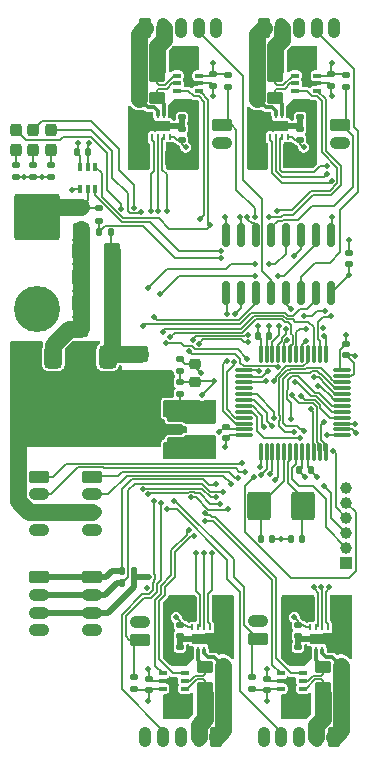
<source format=gbr>
%TF.GenerationSoftware,KiCad,Pcbnew,9.0.2*%
%TF.CreationDate,2025-07-21T23:22:41-07:00*%
%TF.ProjectId,servo-drive,73657276-6f2d-4647-9269-76652e6b6963,rev?*%
%TF.SameCoordinates,Original*%
%TF.FileFunction,Copper,L1,Top*%
%TF.FilePolarity,Positive*%
%FSLAX46Y46*%
G04 Gerber Fmt 4.6, Leading zero omitted, Abs format (unit mm)*
G04 Created by KiCad (PCBNEW 9.0.2) date 2025-07-21 23:22:41*
%MOMM*%
%LPD*%
G01*
G04 APERTURE LIST*
G04 Aperture macros list*
%AMRoundRect*
0 Rectangle with rounded corners*
0 $1 Rounding radius*
0 $2 $3 $4 $5 $6 $7 $8 $9 X,Y pos of 4 corners*
0 Add a 4 corners polygon primitive as box body*
4,1,4,$2,$3,$4,$5,$6,$7,$8,$9,$2,$3,0*
0 Add four circle primitives for the rounded corners*
1,1,$1+$1,$2,$3*
1,1,$1+$1,$4,$5*
1,1,$1+$1,$6,$7*
1,1,$1+$1,$8,$9*
0 Add four rect primitives between the rounded corners*
20,1,$1+$1,$2,$3,$4,$5,0*
20,1,$1+$1,$4,$5,$6,$7,0*
20,1,$1+$1,$6,$7,$8,$9,0*
20,1,$1+$1,$8,$9,$2,$3,0*%
%AMFreePoly0*
4,1,9,3.862500,-0.866500,0.737500,-0.866500,0.737500,-0.450000,-0.737500,-0.450000,-0.737500,0.450000,0.737500,0.450000,0.737500,0.866500,3.862500,0.866500,3.862500,-0.866500,3.862500,-0.866500,$1*%
G04 Aperture macros list end*
%TA.AperFunction,SMDPad,CuDef*%
%ADD10RoundRect,0.140000X-0.170000X0.140000X-0.170000X-0.140000X0.170000X-0.140000X0.170000X0.140000X0*%
%TD*%
%TA.AperFunction,SMDPad,CuDef*%
%ADD11RoundRect,0.135000X-0.185000X0.135000X-0.185000X-0.135000X0.185000X-0.135000X0.185000X0.135000X0*%
%TD*%
%TA.AperFunction,ComponentPad*%
%ADD12RoundRect,0.250000X-0.265000X-0.615000X0.265000X-0.615000X0.265000X0.615000X-0.265000X0.615000X0*%
%TD*%
%TA.AperFunction,ComponentPad*%
%ADD13O,1.030000X1.730000*%
%TD*%
%TA.AperFunction,SMDPad,CuDef*%
%ADD14RoundRect,0.140000X0.170000X-0.140000X0.170000X0.140000X-0.170000X0.140000X-0.170000X-0.140000X0*%
%TD*%
%TA.AperFunction,SMDPad,CuDef*%
%ADD15RoundRect,0.225000X0.250000X-0.225000X0.250000X0.225000X-0.250000X0.225000X-0.250000X-0.225000X0*%
%TD*%
%TA.AperFunction,ComponentPad*%
%ADD16RoundRect,0.250002X-1.699998X1.699998X-1.699998X-1.699998X1.699998X-1.699998X1.699998X1.699998X0*%
%TD*%
%TA.AperFunction,ComponentPad*%
%ADD17C,3.900000*%
%TD*%
%TA.AperFunction,SMDPad,CuDef*%
%ADD18RoundRect,0.135000X-0.135000X-0.185000X0.135000X-0.185000X0.135000X0.185000X-0.135000X0.185000X0*%
%TD*%
%TA.AperFunction,ComponentPad*%
%ADD19RoundRect,0.250000X0.615000X-0.265000X0.615000X0.265000X-0.615000X0.265000X-0.615000X-0.265000X0*%
%TD*%
%TA.AperFunction,ComponentPad*%
%ADD20O,1.730000X1.030000*%
%TD*%
%TA.AperFunction,SMDPad,CuDef*%
%ADD21RoundRect,0.135000X0.185000X-0.135000X0.185000X0.135000X-0.185000X0.135000X-0.185000X-0.135000X0*%
%TD*%
%TA.AperFunction,SMDPad,CuDef*%
%ADD22RoundRect,0.062500X-0.062500X0.187500X-0.062500X-0.187500X0.062500X-0.187500X0.062500X0.187500X0*%
%TD*%
%TA.AperFunction,HeatsinkPad*%
%ADD23C,0.600000*%
%TD*%
%TA.AperFunction,SMDPad,CuDef*%
%ADD24R,1.600000X0.900000*%
%TD*%
%TA.AperFunction,ComponentPad*%
%ADD25RoundRect,0.250000X-0.615000X0.265000X-0.615000X-0.265000X0.615000X-0.265000X0.615000X0.265000X0*%
%TD*%
%TA.AperFunction,SMDPad,CuDef*%
%ADD26RoundRect,0.075000X0.075000X-0.662500X0.075000X0.662500X-0.075000X0.662500X-0.075000X-0.662500X0*%
%TD*%
%TA.AperFunction,SMDPad,CuDef*%
%ADD27RoundRect,0.075000X0.662500X-0.075000X0.662500X0.075000X-0.662500X0.075000X-0.662500X-0.075000X0*%
%TD*%
%TA.AperFunction,SMDPad,CuDef*%
%ADD28RoundRect,0.100000X-0.225000X-0.100000X0.225000X-0.100000X0.225000X0.100000X-0.225000X0.100000X0*%
%TD*%
%TA.AperFunction,SMDPad,CuDef*%
%ADD29RoundRect,0.140000X0.140000X0.170000X-0.140000X0.170000X-0.140000X-0.170000X0.140000X-0.170000X0*%
%TD*%
%TA.AperFunction,SMDPad,CuDef*%
%ADD30RoundRect,0.225000X0.425000X0.225000X-0.425000X0.225000X-0.425000X-0.225000X0.425000X-0.225000X0*%
%TD*%
%TA.AperFunction,SMDPad,CuDef*%
%ADD31FreePoly0,180.000000*%
%TD*%
%TA.AperFunction,SMDPad,CuDef*%
%ADD32RoundRect,0.250000X-0.457500X-0.445000X0.457500X-0.445000X0.457500X0.445000X-0.457500X0.445000X0*%
%TD*%
%TA.AperFunction,SMDPad,CuDef*%
%ADD33RoundRect,0.250000X0.450000X-0.262500X0.450000X0.262500X-0.450000X0.262500X-0.450000X-0.262500X0*%
%TD*%
%TA.AperFunction,SMDPad,CuDef*%
%ADD34RoundRect,0.250000X0.750000X0.950000X-0.750000X0.950000X-0.750000X-0.950000X0.750000X-0.950000X0*%
%TD*%
%TA.AperFunction,ComponentPad*%
%ADD35RoundRect,0.250000X0.265000X0.615000X-0.265000X0.615000X-0.265000X-0.615000X0.265000X-0.615000X0*%
%TD*%
%TA.AperFunction,SMDPad,CuDef*%
%ADD36RoundRect,0.100000X0.225000X0.100000X-0.225000X0.100000X-0.225000X-0.100000X0.225000X-0.100000X0*%
%TD*%
%TA.AperFunction,SMDPad,CuDef*%
%ADD37RoundRect,0.250000X0.445000X-0.457500X0.445000X0.457500X-0.445000X0.457500X-0.445000X-0.457500X0*%
%TD*%
%TA.AperFunction,SMDPad,CuDef*%
%ADD38RoundRect,0.150000X-0.150000X0.825000X-0.150000X-0.825000X0.150000X-0.825000X0.150000X0.825000X0*%
%TD*%
%TA.AperFunction,SMDPad,CuDef*%
%ADD39RoundRect,0.250000X-0.445000X0.457500X-0.445000X-0.457500X0.445000X-0.457500X0.445000X0.457500X0*%
%TD*%
%TA.AperFunction,SMDPad,CuDef*%
%ADD40RoundRect,0.375000X-0.375000X0.625000X-0.375000X-0.625000X0.375000X-0.625000X0.375000X0.625000X0*%
%TD*%
%TA.AperFunction,SMDPad,CuDef*%
%ADD41RoundRect,0.500000X-1.400000X0.500000X-1.400000X-0.500000X1.400000X-0.500000X1.400000X0.500000X0*%
%TD*%
%TA.AperFunction,SMDPad,CuDef*%
%ADD42RoundRect,0.100000X-0.100000X0.225000X-0.100000X-0.225000X0.100000X-0.225000X0.100000X0.225000X0*%
%TD*%
%TA.AperFunction,SMDPad,CuDef*%
%ADD43RoundRect,0.237500X0.237500X-0.287500X0.237500X0.287500X-0.237500X0.287500X-0.237500X-0.287500X0*%
%TD*%
%TA.AperFunction,SMDPad,CuDef*%
%ADD44RoundRect,0.250000X-0.450000X0.262500X-0.450000X-0.262500X0.450000X-0.262500X0.450000X0.262500X0*%
%TD*%
%TA.AperFunction,SMDPad,CuDef*%
%ADD45RoundRect,0.140000X-0.140000X-0.170000X0.140000X-0.170000X0.140000X0.170000X-0.140000X0.170000X0*%
%TD*%
%TA.AperFunction,SMDPad,CuDef*%
%ADD46RoundRect,0.250000X0.457500X0.445000X-0.457500X0.445000X-0.457500X-0.445000X0.457500X-0.445000X0*%
%TD*%
%TA.AperFunction,SMDPad,CuDef*%
%ADD47RoundRect,0.062500X0.062500X-0.187500X0.062500X0.187500X-0.062500X0.187500X-0.062500X-0.187500X0*%
%TD*%
%TA.AperFunction,ComponentPad*%
%ADD48R,1.000000X1.000000*%
%TD*%
%TA.AperFunction,ComponentPad*%
%ADD49C,1.000000*%
%TD*%
%TA.AperFunction,ViaPad*%
%ADD50C,0.508000*%
%TD*%
%TA.AperFunction,ViaPad*%
%ADD51C,0.600000*%
%TD*%
%TA.AperFunction,Conductor*%
%ADD52C,0.200000*%
%TD*%
%TA.AperFunction,Conductor*%
%ADD53C,1.000000*%
%TD*%
%TA.AperFunction,Conductor*%
%ADD54C,0.150000*%
%TD*%
%TA.AperFunction,Conductor*%
%ADD55C,0.500000*%
%TD*%
%TA.AperFunction,Conductor*%
%ADD56C,1.400000*%
%TD*%
%TA.AperFunction,Conductor*%
%ADD57C,0.300000*%
%TD*%
G04 APERTURE END LIST*
D10*
%TO.P,C7,1*%
%TO.N,+3V3*%
X140200000Y-80420000D03*
%TO.P,C7,2*%
%TO.N,GND*%
X140200000Y-81380000D03*
%TD*%
D11*
%TO.P,R13,1*%
%TO.N,+3V3*%
X151500000Y-80490000D03*
%TO.P,R13,2*%
%TO.N,AI1*%
X151500000Y-81510000D03*
%TD*%
D12*
%TO.P,J6,1,Pin_1*%
%TO.N,/Driver0/OUTN*%
X134500000Y-76500000D03*
D13*
%TO.P,J6,2,Pin_2*%
%TO.N,/Driver0/OUTP*%
X136000000Y-76500000D03*
%TO.P,J6,3,Pin_3*%
%TO.N,+3V3*%
X137500000Y-76500000D03*
%TO.P,J6,4,Pin_4*%
%TO.N,POT0*%
X139000000Y-76500000D03*
%TO.P,J6,5,Pin_5*%
%TO.N,GND*%
X140500000Y-76500000D03*
%TD*%
D14*
%TO.P,C27,1*%
%TO.N,+3V3*%
X151750000Y-96480000D03*
%TO.P,C27,2*%
%TO.N,GND*%
X151750000Y-95520000D03*
%TD*%
D11*
%TO.P,R17,1*%
%TO.N,Net-(D2-K)*%
X125000000Y-88115000D03*
%TO.P,R17,2*%
%TO.N,GND*%
X125000000Y-89135000D03*
%TD*%
D15*
%TO.P,C26,1*%
%TO.N,VREF*%
X138700000Y-106475000D03*
%TO.P,C26,2*%
%TO.N,GND*%
X138700000Y-104925000D03*
%TD*%
D12*
%TO.P,J7,1,Pin_1*%
%TO.N,/Driver1/OUTN*%
X144500000Y-76500000D03*
D13*
%TO.P,J7,2,Pin_2*%
%TO.N,/Driver1/OUTP*%
X146000000Y-76500000D03*
%TO.P,J7,3,Pin_3*%
%TO.N,+3V3*%
X147500000Y-76500000D03*
%TO.P,J7,4,Pin_4*%
%TO.N,POT1*%
X149000000Y-76500000D03*
%TO.P,J7,5,Pin_5*%
%TO.N,GND*%
X150500000Y-76500000D03*
%TD*%
D16*
%TO.P,J5,1,Pin_1*%
%TO.N,Net-(J5-Pin_1)*%
X125330000Y-92475000D03*
D17*
%TO.P,J5,2,Pin_2*%
%TO.N,GND*%
X125330000Y-100275000D03*
%TD*%
D14*
%TO.P,C13,1*%
%TO.N,+3V3*%
X134800000Y-132580000D03*
%TO.P,C13,2*%
%TO.N,GND*%
X134800000Y-131620000D03*
%TD*%
D18*
%TO.P,R6,1*%
%TO.N,I2C-SCL*%
X132490000Y-122500000D03*
%TO.P,R6,2*%
%TO.N,/V-I2C*%
X133510000Y-122500000D03*
%TD*%
D19*
%TO.P,J14,1,Pin_1*%
%TO.N,AI3*%
X134000000Y-128300000D03*
D20*
%TO.P,J14,2,Pin_2*%
%TO.N,GND*%
X134000000Y-126800000D03*
%TD*%
D21*
%TO.P,R8,1*%
%TO.N,+3V3*%
X137400000Y-107510000D03*
%TO.P,R8,2*%
%TO.N,VREF*%
X137400000Y-106490000D03*
%TD*%
D22*
%TO.P,U1,1,VM*%
%TO.N,+BATT*%
X136550000Y-83850000D03*
%TO.P,U1,2,OUT1*%
%TO.N,Net-(U1-OUT1)*%
X136050000Y-83850000D03*
%TO.P,U1,3,OUT2*%
%TO.N,/Driver0/OUTN*%
X135550000Y-83850000D03*
%TO.P,U1,4,GND*%
%TO.N,GND*%
X135050000Y-83850000D03*
%TO.P,U1,5,IN2*%
%TO.N,D0-INN*%
X135050000Y-85750000D03*
%TO.P,U1,6,IN1*%
%TO.N,D0-INP*%
X135550000Y-85750000D03*
%TO.P,U1,7,~{SLEEP}*%
%TO.N,D0-MODE*%
X136050000Y-85750000D03*
%TO.P,U1,8,VCC*%
%TO.N,+3V3*%
X136550000Y-85750000D03*
D23*
%TO.P,U1,9,GND*%
%TO.N,GND*%
X136300000Y-84800000D03*
D24*
X135800000Y-84800000D03*
D23*
X135300000Y-84800000D03*
%TD*%
D14*
%TO.P,C8,1*%
%TO.N,+3V3*%
X147600000Y-85980000D03*
%TO.P,C8,2*%
%TO.N,GND*%
X147600000Y-85020000D03*
%TD*%
D25*
%TO.P,J12,1,Pin_1*%
%TO.N,AI1*%
X150950000Y-84750000D03*
D20*
%TO.P,J12,2,Pin_2*%
%TO.N,GND*%
X150950000Y-86250000D03*
%TD*%
D26*
%TO.P,U2,1,VBAT*%
%TO.N,+3V3*%
X144250000Y-112412500D03*
%TO.P,U2,2,PC13*%
%TO.N,LED1*%
X144750000Y-112412500D03*
%TO.P,U2,3,PC14*%
%TO.N,LED2*%
X145250000Y-112412500D03*
%TO.P,U2,4,PC15*%
%TO.N,LED3*%
X145750000Y-112412500D03*
%TO.P,U2,5,OSC_IN*%
%TO.N,Net-(U2-OSC_IN)*%
X146250000Y-112412500D03*
%TO.P,U2,6,OSC_OUT*%
%TO.N,Net-(U2-OSC_OUT)*%
X146750000Y-112412500D03*
%TO.P,U2,7,~{RST}*%
%TO.N,nRST*%
X147250000Y-112412500D03*
%TO.P,U2,8,VSSA*%
%TO.N,GND*%
X147750000Y-112412500D03*
%TO.P,U2,9,VDDA*%
%TO.N,+3V3*%
X148250000Y-112412500D03*
%TO.P,U2,10,PA0*%
%TO.N,ISNS0*%
X148750000Y-112412500D03*
%TO.P,U2,11,PA1*%
%TO.N,ISNS1*%
X149250000Y-112412500D03*
%TO.P,U2,12,PA2*%
%TO.N,ISNS2*%
X149750000Y-112412500D03*
D27*
%TO.P,U2,13,PA3*%
%TO.N,ISNS3*%
X151162500Y-111000000D03*
%TO.P,U2,14,PA4*%
%TO.N,Net-(U13-X)*%
X151162500Y-110500000D03*
%TO.P,U2,15,PA5*%
%TO.N,Net-(U13-Y)*%
X151162500Y-110000000D03*
%TO.P,U2,16,PA6*%
%TO.N,VSNS-BAT*%
X151162500Y-109500000D03*
%TO.P,U2,17,PA7*%
%TO.N,ISNS-BAT*%
X151162500Y-109000000D03*
%TO.P,U2,18,PB0*%
%TO.N,UART1-TX*%
X151162500Y-108500000D03*
%TO.P,U2,19,PB1*%
%TO.N,VREF*%
X151162500Y-108000000D03*
%TO.P,U2,20,PB2*%
%TO.N,D2-INP*%
X151162500Y-107500000D03*
%TO.P,U2,21,PB10*%
%TO.N,UART2-TX*%
X151162500Y-107000000D03*
%TO.P,U2,22,PB11*%
%TO.N,UART2-RX*%
X151162500Y-106500000D03*
%TO.P,U2,23,VSS*%
%TO.N,GND*%
X151162500Y-106000000D03*
%TO.P,U2,24,VDD_VIO*%
%TO.N,+3V3*%
X151162500Y-105500000D03*
D26*
%TO.P,U2,25,PB12*%
%TO.N,D0-MODE*%
X149750000Y-104087500D03*
%TO.P,U2,26,PB13*%
%TO.N,D1-MODE*%
X149250000Y-104087500D03*
%TO.P,U2,27,PB14*%
%TO.N,D2-MODE*%
X148750000Y-104087500D03*
%TO.P,U2,28,PB15*%
%TO.N,D3-MODE*%
X148250000Y-104087500D03*
%TO.P,U2,29,PA8*%
%TO.N,D0-INN*%
X147750000Y-104087500D03*
%TO.P,U2,30,PA9*%
%TO.N,D1-INN*%
X147250000Y-104087500D03*
%TO.P,U2,31,PA10*%
%TO.N,D2-INN*%
X146750000Y-104087500D03*
%TO.P,U2,32,PA11*%
%TO.N,D3-INN*%
X146250000Y-104087500D03*
%TO.P,U2,33,PA12*%
%TO.N,D0-INP*%
X145750000Y-104087500D03*
%TO.P,U2,34,SWDIO*%
%TO.N,SWDIO*%
X145250000Y-104087500D03*
%TO.P,U2,35,VSS*%
%TO.N,GND*%
X144750000Y-104087500D03*
%TO.P,U2,36,VDD*%
%TO.N,+3V3*%
X144250000Y-104087500D03*
D27*
%TO.P,U2,37,SWCLK*%
%TO.N,SWCLK*%
X142837500Y-105500000D03*
%TO.P,U2,38,PA15*%
%TO.N,D1-INP*%
X142837500Y-106000000D03*
%TO.P,U2,39,PB3*%
%TO.N,D3-INP*%
X142837500Y-106500000D03*
%TO.P,U2,40,PB4*%
%TO.N,unconnected-(U2-PB4-Pad40)*%
X142837500Y-107000000D03*
%TO.P,U2,41,PB5*%
%TO.N,UART1-RX*%
X142837500Y-107500000D03*
%TO.P,U2,42,PB6*%
%TO.N,I2C-SCL*%
X142837500Y-108000000D03*
%TO.P,U2,43,PB7*%
%TO.N,I2C-SDA*%
X142837500Y-108500000D03*
%TO.P,U2,44,BOOT0*%
%TO.N,BOOT0*%
X142837500Y-109000000D03*
%TO.P,U2,45,PB8*%
%TO.N,AI-SEL-A*%
X142837500Y-109500000D03*
%TO.P,U2,46,PB9*%
%TO.N,AI-SEL-B*%
X142837500Y-110000000D03*
%TO.P,U2,47,VSS*%
%TO.N,GND*%
X142837500Y-110500000D03*
%TO.P,U2,48,VDD*%
%TO.N,+3V3*%
X142837500Y-111000000D03*
%TD*%
D28*
%TO.P,U11,1,REF*%
%TO.N,VREF*%
X145950000Y-131150000D03*
%TO.P,U11,2,GND*%
%TO.N,GND*%
X145950000Y-131800000D03*
%TO.P,U11,3,V+*%
%TO.N,+3V3*%
X145950000Y-132450000D03*
%TO.P,U11,4,+*%
%TO.N,/Driver3/OUTP*%
X147850000Y-132450000D03*
%TO.P,U11,5,-*%
%TO.N,Net-(U10-OUT1)*%
X147850000Y-131800000D03*
%TO.P,U11,6*%
%TO.N,ISNS3*%
X147850000Y-131150000D03*
%TD*%
D29*
%TO.P,C24,1*%
%TO.N,Net-(U2-OSC_OUT)*%
X147750000Y-119750000D03*
%TO.P,C24,2*%
%TO.N,GND*%
X146790000Y-119750000D03*
%TD*%
D10*
%TO.P,C6,1*%
%TO.N,+3V3*%
X151500000Y-103270000D03*
%TO.P,C6,2*%
%TO.N,GND*%
X151500000Y-104230000D03*
%TD*%
D29*
%TO.P,C4,1*%
%TO.N,+3V3*%
X148500000Y-113950000D03*
%TO.P,C4,2*%
%TO.N,GND*%
X147540000Y-113950000D03*
%TD*%
D30*
%TO.P,U3,1,GND*%
%TO.N,GND*%
X136950000Y-112000000D03*
D31*
%TO.P,U3,2,VIN*%
%TO.N,+5V*%
X136862500Y-110500000D03*
D30*
%TO.P,U3,3,VOUT*%
%TO.N,+3V3*%
X136950000Y-109000000D03*
%TD*%
D32*
%TO.P,C20,1*%
%TO.N,+BATT*%
X128947500Y-99800000D03*
%TO.P,C20,2*%
%TO.N,GND*%
X131652500Y-99800000D03*
%TD*%
D33*
%TO.P,R4,1*%
%TO.N,/Driver3/OUTP*%
X149500000Y-132412500D03*
%TO.P,R4,2*%
%TO.N,Net-(U10-OUT1)*%
X149500000Y-130587500D03*
%TD*%
D21*
%TO.P,R9,1*%
%TO.N,VREF*%
X137400000Y-105520000D03*
%TO.P,R9,2*%
%TO.N,GND*%
X137400000Y-104500000D03*
%TD*%
D34*
%TO.P,Y1,1,1*%
%TO.N,Net-(U2-OSC_OUT)*%
X147850000Y-117000000D03*
%TO.P,Y1,2,2*%
%TO.N,Net-(U2-OSC_IN)*%
X144150000Y-117000000D03*
%TD*%
D35*
%TO.P,J8,1,Pin_1*%
%TO.N,/Driver2/OUTN*%
X140500000Y-136500000D03*
D13*
%TO.P,J8,2,Pin_2*%
%TO.N,/Driver2/OUTP*%
X139000000Y-136500000D03*
%TO.P,J8,3,Pin_3*%
%TO.N,+3V3*%
X137500000Y-136500000D03*
%TO.P,J8,4,Pin_4*%
%TO.N,POT2*%
X136000000Y-136500000D03*
%TO.P,J8,5,Pin_5*%
%TO.N,GND*%
X134500000Y-136500000D03*
%TD*%
D14*
%TO.P,C15,1*%
%TO.N,+BATT*%
X147400000Y-129880000D03*
%TO.P,C15,2*%
%TO.N,GND*%
X147400000Y-128920000D03*
%TD*%
D10*
%TO.P,C11,1*%
%TO.N,+3V3*%
X137400000Y-127020000D03*
%TO.P,C11,2*%
%TO.N,GND*%
X137400000Y-127980000D03*
%TD*%
D36*
%TO.P,U4,1,REF*%
%TO.N,VREF*%
X139050000Y-81850000D03*
%TO.P,U4,2,GND*%
%TO.N,GND*%
X139050000Y-81200000D03*
%TO.P,U4,3,V+*%
%TO.N,+3V3*%
X139050000Y-80550000D03*
%TO.P,U4,4,+*%
%TO.N,/Driver0/OUTP*%
X137150000Y-80550000D03*
%TO.P,U4,5,-*%
%TO.N,Net-(U1-OUT1)*%
X137150000Y-81200000D03*
%TO.P,U4,6*%
%TO.N,ISNS0*%
X137150000Y-81850000D03*
%TD*%
D32*
%TO.P,C18,1*%
%TO.N,+BATT*%
X128947500Y-95400000D03*
%TO.P,C18,2*%
%TO.N,GND*%
X131652500Y-95400000D03*
%TD*%
D33*
%TO.P,R3,1*%
%TO.N,/Driver2/OUTP*%
X139500000Y-132412500D03*
%TO.P,R3,2*%
%TO.N,Net-(U8-OUT1)*%
X139500000Y-130587500D03*
%TD*%
D10*
%TO.P,C2,1*%
%TO.N,+BATT*%
X137600000Y-83120000D03*
%TO.P,C2,2*%
%TO.N,GND*%
X137600000Y-84080000D03*
%TD*%
D25*
%TO.P,J3,1,Pin_1*%
%TO.N,UART1-TX*%
X130000000Y-114500000D03*
D20*
%TO.P,J3,2,Pin_2*%
%TO.N,UART1-RX*%
X130000000Y-116000000D03*
%TO.P,J3,3,Pin_3*%
%TO.N,+5V*%
X130000000Y-117500000D03*
%TO.P,J3,4,Pin_4*%
%TO.N,GND*%
X130000000Y-119000000D03*
%TD*%
D22*
%TO.P,U6,1,VM*%
%TO.N,+BATT*%
X146550000Y-83850000D03*
%TO.P,U6,2,OUT1*%
%TO.N,Net-(U6-OUT1)*%
X146050000Y-83850000D03*
%TO.P,U6,3,OUT2*%
%TO.N,/Driver1/OUTN*%
X145550000Y-83850000D03*
%TO.P,U6,4,GND*%
%TO.N,GND*%
X145050000Y-83850000D03*
%TO.P,U6,5,IN2*%
%TO.N,D1-INN*%
X145050000Y-85750000D03*
%TO.P,U6,6,IN1*%
%TO.N,D1-INP*%
X145550000Y-85750000D03*
%TO.P,U6,7,~{SLEEP}*%
%TO.N,D1-MODE*%
X146050000Y-85750000D03*
%TO.P,U6,8,VCC*%
%TO.N,+3V3*%
X146550000Y-85750000D03*
D23*
%TO.P,U6,9,GND*%
%TO.N,GND*%
X146300000Y-84800000D03*
D24*
X145800000Y-84800000D03*
D23*
X145300000Y-84800000D03*
%TD*%
D11*
%TO.P,R18,1*%
%TO.N,Net-(D3-K)*%
X126500000Y-88115000D03*
%TO.P,R18,2*%
%TO.N,GND*%
X126500000Y-89135000D03*
%TD*%
D28*
%TO.P,U9,1,REF*%
%TO.N,VREF*%
X135950000Y-131150000D03*
%TO.P,U9,2,GND*%
%TO.N,GND*%
X135950000Y-131800000D03*
%TO.P,U9,3,V+*%
%TO.N,+3V3*%
X135950000Y-132450000D03*
%TO.P,U9,4,+*%
%TO.N,/Driver2/OUTP*%
X137850000Y-132450000D03*
%TO.P,U9,5,-*%
%TO.N,Net-(U8-OUT1)*%
X137850000Y-131800000D03*
%TO.P,U9,6*%
%TO.N,ISNS2*%
X137850000Y-131150000D03*
%TD*%
D18*
%TO.P,R11,1*%
%TO.N,VSNS-BAT*%
X130590000Y-93800000D03*
%TO.P,R11,2*%
%TO.N,GND*%
X131610000Y-93800000D03*
%TD*%
D14*
%TO.P,C1,1*%
%TO.N,+3V3*%
X137600000Y-85980000D03*
%TO.P,C1,2*%
%TO.N,GND*%
X137600000Y-85020000D03*
%TD*%
D10*
%TO.P,C10,1*%
%TO.N,+3V3*%
X150200000Y-80420000D03*
%TO.P,C10,2*%
%TO.N,GND*%
X150200000Y-81380000D03*
%TD*%
D32*
%TO.P,C31,1*%
%TO.N,+BATT*%
X138147500Y-125500000D03*
%TO.P,C31,2*%
%TO.N,GND*%
X140852500Y-125500000D03*
%TD*%
%TO.P,C19,1*%
%TO.N,+BATT*%
X128947500Y-97600000D03*
%TO.P,C19,2*%
%TO.N,GND*%
X131652500Y-97600000D03*
%TD*%
D18*
%TO.P,R7,1*%
%TO.N,I2C-SDA*%
X132490000Y-123500000D03*
%TO.P,R7,2*%
%TO.N,/V-I2C*%
X133510000Y-123500000D03*
%TD*%
D37*
%TO.P,C17,1*%
%TO.N,+5V*%
X134000000Y-106852500D03*
%TO.P,C17,2*%
%TO.N,GND*%
X134000000Y-104147500D03*
%TD*%
D21*
%TO.P,R15,1*%
%TO.N,+3V3*%
X133500000Y-132510000D03*
%TO.P,R15,2*%
%TO.N,AI3*%
X133500000Y-131490000D03*
%TD*%
D32*
%TO.P,C21,1*%
%TO.N,+BATT*%
X128947500Y-102000000D03*
%TO.P,C21,2*%
%TO.N,GND*%
X131652500Y-102000000D03*
%TD*%
D38*
%TO.P,U13,1,Y0*%
%TO.N,AI0*%
X150195000Y-94025000D03*
%TO.P,U13,2,Y2*%
%TO.N,AI2*%
X148925000Y-94025000D03*
%TO.P,U13,3,Y*%
%TO.N,Net-(U13-Y)*%
X147655000Y-94025000D03*
%TO.P,U13,4,Y3*%
%TO.N,AI3*%
X146385000Y-94025000D03*
%TO.P,U13,5,Y1*%
%TO.N,AI1*%
X145115000Y-94025000D03*
%TO.P,U13,6,INH*%
%TO.N,GND*%
X143845000Y-94025000D03*
%TO.P,U13,7,VEE*%
X142575000Y-94025000D03*
%TO.P,U13,8,VSS*%
X141305000Y-94025000D03*
%TO.P,U13,9,B*%
%TO.N,AI-SEL-B*%
X141305000Y-98975000D03*
%TO.P,U13,10,A*%
%TO.N,AI-SEL-A*%
X142575000Y-98975000D03*
%TO.P,U13,11,X3*%
%TO.N,POT3*%
X143845000Y-98975000D03*
%TO.P,U13,12,X0*%
%TO.N,POT0*%
X145115000Y-98975000D03*
%TO.P,U13,13,X*%
%TO.N,Net-(U13-X)*%
X146385000Y-98975000D03*
%TO.P,U13,14,X1*%
%TO.N,POT1*%
X147655000Y-98975000D03*
%TO.P,U13,15,X2*%
%TO.N,POT2*%
X148925000Y-98975000D03*
%TO.P,U13,16,VDD*%
%TO.N,+3V3*%
X150195000Y-98975000D03*
%TD*%
D11*
%TO.P,R12,1*%
%TO.N,+3V3*%
X141500000Y-80490000D03*
%TO.P,R12,2*%
%TO.N,AI0*%
X141500000Y-81510000D03*
%TD*%
D39*
%TO.P,C23,1*%
%TO.N,+3V3*%
X139000000Y-109147500D03*
%TO.P,C23,2*%
%TO.N,GND*%
X139000000Y-111852500D03*
%TD*%
D25*
%TO.P,J2,1,Pin_1*%
%TO.N,I2C-SCL*%
X130000000Y-123000000D03*
D20*
%TO.P,J2,2,Pin_2*%
%TO.N,I2C-SDA*%
X130000000Y-124500000D03*
%TO.P,J2,3,Pin_3*%
%TO.N,/V-I2C*%
X130000000Y-126000000D03*
%TO.P,J2,4,Pin_4*%
%TO.N,GND*%
X130000000Y-127500000D03*
%TD*%
D40*
%TO.P,U5,1,GND*%
%TO.N,GND*%
X131300000Y-104350000D03*
%TO.P,U5,2,VO*%
%TO.N,+5V*%
X129000000Y-104350000D03*
D41*
X129000000Y-110650000D03*
D40*
%TO.P,U5,3,VI*%
%TO.N,+BATT*%
X126700000Y-104350000D03*
%TD*%
D11*
%TO.P,R10,1*%
%TO.N,Net-(J5-Pin_1)*%
X130600000Y-91790000D03*
%TO.P,R10,2*%
%TO.N,VSNS-BAT*%
X130600000Y-92810000D03*
%TD*%
D10*
%TO.P,C9,1*%
%TO.N,+BATT*%
X147600000Y-83120000D03*
%TO.P,C9,2*%
%TO.N,GND*%
X147600000Y-84080000D03*
%TD*%
D19*
%TO.P,J13,1,Pin_1*%
%TO.N,AI2*%
X144050000Y-128250000D03*
D20*
%TO.P,J13,2,Pin_2*%
%TO.N,GND*%
X144050000Y-126750000D03*
%TD*%
D25*
%TO.P,J4,1,Pin_1*%
%TO.N,UART2-TX*%
X125500000Y-114500000D03*
D20*
%TO.P,J4,2,Pin_2*%
%TO.N,UART2-RX*%
X125500000Y-116000000D03*
%TO.P,J4,3,Pin_3*%
%TO.N,+5V*%
X125500000Y-117500000D03*
%TO.P,J4,4,Pin_4*%
%TO.N,GND*%
X125500000Y-119000000D03*
%TD*%
D36*
%TO.P,U7,1,REF*%
%TO.N,VREF*%
X149050000Y-81850000D03*
%TO.P,U7,2,GND*%
%TO.N,GND*%
X149050000Y-81200000D03*
%TO.P,U7,3,V+*%
%TO.N,+3V3*%
X149050000Y-80550000D03*
%TO.P,U7,4,+*%
%TO.N,/Driver1/OUTP*%
X147150000Y-80550000D03*
%TO.P,U7,5,-*%
%TO.N,Net-(U6-OUT1)*%
X147150000Y-81200000D03*
%TO.P,U7,6*%
%TO.N,ISNS1*%
X147150000Y-81850000D03*
%TD*%
D42*
%TO.P,U12,1,REF*%
%TO.N,VREF*%
X130250000Y-88250000D03*
%TO.P,U12,2,GND*%
%TO.N,GND*%
X129600000Y-88250000D03*
%TO.P,U12,3,V+*%
%TO.N,+3V3*%
X128950000Y-88250000D03*
%TO.P,U12,4,+*%
%TO.N,+BATT*%
X128950000Y-90150000D03*
%TO.P,U12,5,-*%
%TO.N,Net-(J5-Pin_1)*%
X129600000Y-90150000D03*
%TO.P,U12,6*%
%TO.N,ISNS-BAT*%
X130250000Y-90150000D03*
%TD*%
D32*
%TO.P,C30,1*%
%TO.N,+BATT*%
X148147500Y-125500000D03*
%TO.P,C30,2*%
%TO.N,GND*%
X150852500Y-125500000D03*
%TD*%
D43*
%TO.P,D2,1,K*%
%TO.N,Net-(D2-K)*%
X125000000Y-86875000D03*
%TO.P,D2,2,A*%
%TO.N,LED2*%
X125000000Y-85125000D03*
%TD*%
D21*
%TO.P,R14,1*%
%TO.N,+3V3*%
X143500000Y-132510000D03*
%TO.P,R14,2*%
%TO.N,AI2*%
X143500000Y-131490000D03*
%TD*%
D43*
%TO.P,D1,1,K*%
%TO.N,Net-(D1-K)*%
X123500000Y-86875000D03*
%TO.P,D1,2,A*%
%TO.N,LED1*%
X123500000Y-85125000D03*
%TD*%
D44*
%TO.P,R1,1*%
%TO.N,/Driver0/OUTP*%
X135500000Y-80587500D03*
%TO.P,R1,2*%
%TO.N,Net-(U1-OUT1)*%
X135500000Y-82412500D03*
%TD*%
D14*
%TO.P,C3,1*%
%TO.N,+3V3*%
X141300000Y-111230000D03*
%TO.P,C3,2*%
%TO.N,GND*%
X141300000Y-110270000D03*
%TD*%
D35*
%TO.P,J9,1,Pin_1*%
%TO.N,/Driver3/OUTN*%
X150500000Y-136500000D03*
D13*
%TO.P,J9,2,Pin_2*%
%TO.N,/Driver3/OUTP*%
X149000000Y-136500000D03*
%TO.P,J9,3,Pin_3*%
%TO.N,+3V3*%
X147500000Y-136500000D03*
%TO.P,J9,4,Pin_4*%
%TO.N,POT3*%
X146000000Y-136500000D03*
%TO.P,J9,5,Pin_5*%
%TO.N,GND*%
X144500000Y-136500000D03*
%TD*%
D14*
%TO.P,C14,1*%
%TO.N,+3V3*%
X144800000Y-132580000D03*
%TO.P,C14,2*%
%TO.N,GND*%
X144800000Y-131620000D03*
%TD*%
D45*
%TO.P,C22,1*%
%TO.N,+3V3*%
X128670000Y-87050000D03*
%TO.P,C22,2*%
%TO.N,GND*%
X129630000Y-87050000D03*
%TD*%
D25*
%TO.P,J1,1,Pin_1*%
%TO.N,I2C-SCL*%
X125500000Y-123000000D03*
D20*
%TO.P,J1,2,Pin_2*%
%TO.N,I2C-SDA*%
X125500000Y-124500000D03*
%TO.P,J1,3,Pin_3*%
%TO.N,/V-I2C*%
X125500000Y-126000000D03*
%TO.P,J1,4,Pin_4*%
%TO.N,GND*%
X125500000Y-127500000D03*
%TD*%
D46*
%TO.P,C29,1*%
%TO.N,+BATT*%
X136852500Y-87500000D03*
%TO.P,C29,2*%
%TO.N,GND*%
X134147500Y-87500000D03*
%TD*%
D47*
%TO.P,U8,1,VM*%
%TO.N,+BATT*%
X138450000Y-129150000D03*
%TO.P,U8,2,OUT1*%
%TO.N,Net-(U8-OUT1)*%
X138950000Y-129150000D03*
%TO.P,U8,3,OUT2*%
%TO.N,/Driver2/OUTN*%
X139450000Y-129150000D03*
%TO.P,U8,4,GND*%
%TO.N,GND*%
X139950000Y-129150000D03*
%TO.P,U8,5,IN2*%
%TO.N,D2-INN*%
X139950000Y-127250000D03*
%TO.P,U8,6,IN1*%
%TO.N,D2-INP*%
X139450000Y-127250000D03*
%TO.P,U8,7,~{SLEEP}*%
%TO.N,D2-MODE*%
X138950000Y-127250000D03*
%TO.P,U8,8,VCC*%
%TO.N,+3V3*%
X138450000Y-127250000D03*
D23*
%TO.P,U8,9,GND*%
%TO.N,GND*%
X138700000Y-128200000D03*
D24*
X139200000Y-128200000D03*
D23*
X139700000Y-128200000D03*
%TD*%
D45*
%TO.P,C25,1*%
%TO.N,Net-(U2-OSC_IN)*%
X144290000Y-119750000D03*
%TO.P,C25,2*%
%TO.N,GND*%
X145250000Y-119750000D03*
%TD*%
D14*
%TO.P,C12,1*%
%TO.N,+BATT*%
X137400000Y-129880000D03*
%TO.P,C12,2*%
%TO.N,GND*%
X137400000Y-128920000D03*
%TD*%
D11*
%TO.P,R16,1*%
%TO.N,Net-(D1-K)*%
X123500000Y-88115000D03*
%TO.P,R16,2*%
%TO.N,GND*%
X123500000Y-89135000D03*
%TD*%
D47*
%TO.P,U10,1,VM*%
%TO.N,+BATT*%
X148450000Y-129150000D03*
%TO.P,U10,2,OUT1*%
%TO.N,Net-(U10-OUT1)*%
X148950000Y-129150000D03*
%TO.P,U10,3,OUT2*%
%TO.N,/Driver3/OUTN*%
X149450000Y-129150000D03*
%TO.P,U10,4,GND*%
%TO.N,GND*%
X149950000Y-129150000D03*
%TO.P,U10,5,IN2*%
%TO.N,D3-INN*%
X149950000Y-127250000D03*
%TO.P,U10,6,IN1*%
%TO.N,D3-INP*%
X149450000Y-127250000D03*
%TO.P,U10,7,~{SLEEP}*%
%TO.N,D3-MODE*%
X148950000Y-127250000D03*
%TO.P,U10,8,VCC*%
%TO.N,+3V3*%
X148450000Y-127250000D03*
D23*
%TO.P,U10,9,GND*%
%TO.N,GND*%
X148700000Y-128200000D03*
D24*
X149200000Y-128200000D03*
D23*
X149700000Y-128200000D03*
%TD*%
D48*
%TO.P,J10,1,Pin_1*%
%TO.N,+3V3*%
X151500000Y-121810000D03*
D49*
%TO.P,J10,2,Pin_2*%
%TO.N,nRST*%
X151500000Y-120540000D03*
%TO.P,J10,3,Pin_3*%
%TO.N,BOOT0*%
X151500000Y-119270000D03*
%TO.P,J10,4,Pin_4*%
%TO.N,SWDIO*%
X151500000Y-118000000D03*
%TO.P,J10,5,Pin_5*%
%TO.N,SWCLK*%
X151500000Y-116730000D03*
%TO.P,J10,6,Pin_6*%
%TO.N,GND*%
X151500000Y-115460000D03*
%TD*%
D10*
%TO.P,C16,1*%
%TO.N,+3V3*%
X147400000Y-127020000D03*
%TO.P,C16,2*%
%TO.N,GND*%
X147400000Y-127980000D03*
%TD*%
D25*
%TO.P,J11,1,Pin_1*%
%TO.N,AI0*%
X140950000Y-84750000D03*
D20*
%TO.P,J11,2,Pin_2*%
%TO.N,GND*%
X140950000Y-86250000D03*
%TD*%
D45*
%TO.P,C5,1*%
%TO.N,+3V3*%
X144020000Y-102550000D03*
%TO.P,C5,2*%
%TO.N,GND*%
X144980000Y-102550000D03*
%TD*%
D33*
%TO.P,R5,1*%
%TO.N,+BATT*%
X129000000Y-93512500D03*
%TO.P,R5,2*%
%TO.N,Net-(J5-Pin_1)*%
X129000000Y-91687500D03*
%TD*%
D46*
%TO.P,C28,1*%
%TO.N,+BATT*%
X146852500Y-87500000D03*
%TO.P,C28,2*%
%TO.N,GND*%
X144147500Y-87500000D03*
%TD*%
D43*
%TO.P,D3,1,K*%
%TO.N,Net-(D3-K)*%
X126500000Y-86875000D03*
%TO.P,D3,2,A*%
%TO.N,LED3*%
X126500000Y-85125000D03*
%TD*%
D44*
%TO.P,R2,1*%
%TO.N,/Driver1/OUTP*%
X145500000Y-80587500D03*
%TO.P,R2,2*%
%TO.N,Net-(U6-OUT1)*%
X145500000Y-82412500D03*
%TD*%
D50*
%TO.N,+3V3*%
X141250000Y-112000000D03*
X138000000Y-109500000D03*
X137900000Y-86600000D03*
X140000000Y-109500000D03*
X134600000Y-123900000D03*
X137100000Y-126400000D03*
X134750000Y-133500000D03*
X150250000Y-79500000D03*
X151750000Y-97420000D03*
X128750000Y-86250000D03*
X151500000Y-102500000D03*
X138000000Y-108500000D03*
X144000000Y-101750000D03*
X147900000Y-86600000D03*
X149000000Y-114500000D03*
X140250000Y-79500000D03*
X144750000Y-133500000D03*
X140000000Y-108500000D03*
X147100000Y-126400000D03*
X144200000Y-113700000D03*
%TO.N,GND*%
X152250000Y-104250000D03*
X132000000Y-103250000D03*
X144750000Y-130750000D03*
D51*
X126500000Y-99200000D03*
D50*
X141250000Y-92500000D03*
X151500000Y-127000000D03*
X141500000Y-127000000D03*
X134500000Y-85000000D03*
X140739336Y-110740104D03*
X150250000Y-82250000D03*
X141500000Y-129000000D03*
X132000000Y-98750000D03*
X129750000Y-86250000D03*
X133500000Y-86000000D03*
X131250000Y-96500000D03*
X140000000Y-112500000D03*
X142500000Y-92500000D03*
X132000000Y-101000000D03*
X138000000Y-112500000D03*
X140250000Y-82250000D03*
D51*
X126500000Y-101400000D03*
D50*
X124250000Y-89135000D03*
X134500000Y-84000000D03*
D51*
X124100000Y-99200000D03*
D50*
X150500000Y-129000000D03*
X138000000Y-111500000D03*
X131250000Y-98750000D03*
X139166085Y-105678243D03*
D51*
X123700000Y-100300000D03*
D50*
X144500000Y-85000000D03*
X132000000Y-96500000D03*
X134250000Y-86000000D03*
X134750000Y-130750000D03*
X144250000Y-86000000D03*
X151750000Y-94500000D03*
X141500000Y-128000000D03*
X125750000Y-89135000D03*
X145000000Y-101750000D03*
X150500000Y-128000000D03*
X131250000Y-101000000D03*
X140500000Y-128000000D03*
D51*
X126900000Y-100300000D03*
X124200000Y-101400000D03*
D50*
X132750000Y-104500000D03*
X143500000Y-84000000D03*
X146000000Y-119750000D03*
X151500000Y-128000000D03*
X151500000Y-129000000D03*
X143500000Y-86000000D03*
X133500000Y-84000000D03*
X132750000Y-103750000D03*
X133500000Y-85000000D03*
X140500000Y-129000000D03*
D51*
X125300000Y-101900000D03*
D50*
X143500000Y-85000000D03*
X140750000Y-127000000D03*
X147999169Y-114500896D03*
X140000000Y-111500000D03*
D51*
X125300000Y-98700000D03*
D50*
X131250000Y-103250000D03*
X150750000Y-127000000D03*
X144500000Y-84000000D03*
X143113997Y-92500000D03*
%TO.N,+BATT*%
X138500000Y-86000000D03*
X148500000Y-85000000D03*
X129500000Y-98750000D03*
X136500000Y-127000000D03*
X128250000Y-90250000D03*
X146500000Y-129000000D03*
X148500000Y-86000000D03*
X138500000Y-88000000D03*
X128500000Y-98750000D03*
X129500000Y-101000000D03*
X138500000Y-83000000D03*
X129500000Y-94500000D03*
X138500000Y-84000000D03*
X136500000Y-129000000D03*
X148500000Y-84000000D03*
X148500000Y-83000000D03*
X148500000Y-88000000D03*
X128500000Y-96500000D03*
X129500000Y-96500000D03*
X146500000Y-128000000D03*
X136500000Y-125000000D03*
X138500000Y-85000000D03*
X146500000Y-127000000D03*
X138500000Y-87000000D03*
X136500000Y-128000000D03*
X146500000Y-130000000D03*
X136500000Y-126000000D03*
X128500000Y-101000000D03*
X146500000Y-125000000D03*
X128500000Y-94500000D03*
X148500000Y-87000000D03*
X136500000Y-130000000D03*
X146500000Y-126000000D03*
%TO.N,VREF*%
X149100000Y-106800000D03*
X139500000Y-118250000D03*
X140300000Y-106400000D03*
X139300000Y-107600000D03*
X140000000Y-93200000D03*
X138200000Y-119000000D03*
X145000000Y-92500000D03*
%TO.N,I2C-SCL*%
X145200000Y-110200000D03*
X140500000Y-115100000D03*
%TO.N,/V-I2C*%
X134800000Y-123000000D03*
%TO.N,I2C-SDA*%
X141100000Y-115800000D03*
X144500000Y-110300000D03*
%TO.N,UART1-RX*%
X145400000Y-109500000D03*
X141700000Y-115100000D03*
%TO.N,UART1-TX*%
X146800000Y-109600000D03*
X142300000Y-114600000D03*
%TO.N,UART2-RX*%
X142900000Y-114100000D03*
X147106763Y-110741803D03*
%TO.N,UART2-TX*%
X142700000Y-113300000D03*
X147900000Y-110600000D03*
D51*
%TO.N,Net-(J5-Pin_1)*%
X126900000Y-90900000D03*
X125400000Y-90900000D03*
X123700000Y-94100000D03*
X123700000Y-90900000D03*
X125300000Y-94100000D03*
X126900000Y-94100000D03*
X126900000Y-92500000D03*
X123700000Y-92500000D03*
D50*
%TO.N,POT2*%
X135227224Y-116522780D03*
X134250000Y-101750000D03*
%TO.N,POT3*%
X136328041Y-117236184D03*
X135250000Y-101000000D03*
%TO.N,SWDIO*%
X150400000Y-112300000D03*
X145800000Y-101700000D03*
X149553224Y-101941797D03*
%TO.N,SWCLK*%
X143700000Y-114500000D03*
X144100000Y-105557000D03*
%TO.N,BOOT0*%
X149600000Y-115300000D03*
X147600000Y-111200000D03*
%TO.N,AI0*%
X143750000Y-92500000D03*
X150250000Y-92500000D03*
%TO.N,AI2*%
X143750000Y-97500000D03*
X136905000Y-116526852D03*
X145750000Y-97500000D03*
X135750000Y-99000000D03*
%TO.N,AI3*%
X134692000Y-98500000D03*
X143750000Y-96500000D03*
X135815100Y-116765470D03*
X145000000Y-96500000D03*
%TO.N,VSNS-BAT*%
X147700000Y-107700000D03*
X140900000Y-96000000D03*
%TO.N,D0-INN*%
X148096317Y-102974713D03*
X145709231Y-105207000D03*
X134963997Y-92000000D03*
X138200000Y-103857000D03*
%TO.N,D0-INP*%
X138500000Y-102900000D03*
X146385000Y-102010000D03*
X135600000Y-92000000D03*
X143200000Y-102500000D03*
%TO.N,D0-MODE*%
X143200000Y-103136003D03*
X139045367Y-103227220D03*
X136300000Y-92000000D03*
X149600000Y-102600000D03*
%TO.N,AI-SEL-B*%
X141372651Y-104695442D03*
X141400000Y-100700000D03*
%TO.N,D1-INP*%
X149882000Y-88835748D03*
X144900000Y-105557000D03*
%TO.N,D2-INN*%
X140100000Y-121000000D03*
X136598922Y-102682055D03*
%TO.N,D1-INN*%
X148100000Y-101957000D03*
X149700000Y-100500000D03*
X150257000Y-89452151D03*
X147900000Y-100900000D03*
%TO.N,D2-INP*%
X139436003Y-121000000D03*
X148800000Y-106100000D03*
X136227000Y-103197972D03*
X143100000Y-104500000D03*
%TO.N,Net-(U13-Y)*%
X147100000Y-95800000D03*
X152200000Y-110000000D03*
%TO.N,ISNS0*%
X139100000Y-92700000D03*
X148500000Y-108800000D03*
%TO.N,Net-(U13-X)*%
X146800000Y-100300000D03*
X152300000Y-110800000D03*
%TO.N,ISNS2*%
X138600000Y-119500000D03*
X149600000Y-109900000D03*
%TO.N,ISNS1*%
X146900000Y-107600000D03*
X145600000Y-92000000D03*
%TO.N,D3-MODE*%
X148763997Y-123800000D03*
X145342999Y-106402000D03*
%TO.N,D2-MODE*%
X135948000Y-102250000D03*
X138800000Y-121000000D03*
%TO.N,AI-SEL-A*%
X142000000Y-104800000D03*
X142100000Y-100700000D03*
%TO.N,ISNS3*%
X139507647Y-117611350D03*
X149900000Y-111000000D03*
%TO.N,D3-INN*%
X150036003Y-123800000D03*
X146514000Y-102924000D03*
%TO.N,D1-MODE*%
X150200000Y-100900000D03*
X149900000Y-88200000D03*
%TO.N,ISNS-BAT*%
X147200000Y-106500000D03*
X140900000Y-95363997D03*
%TO.N,D3-INP*%
X144707007Y-106398292D03*
X149400000Y-123800000D03*
%TO.N,LED3*%
X138377001Y-116250000D03*
X145500000Y-114750000D03*
X141500000Y-117250000D03*
X134099743Y-92065801D03*
%TO.N,LED1*%
X132452011Y-91797989D03*
X140500000Y-116257000D03*
X134261442Y-115557000D03*
X144311768Y-114326104D03*
%TO.N,LED2*%
X134750000Y-116000000D03*
X145014924Y-114269245D03*
X140787646Y-116824238D03*
X133568858Y-91715571D03*
%TD*%
D52*
%TO.N,+3V3*%
X134930000Y-132450000D02*
X134800000Y-132580000D01*
X150961000Y-105298500D02*
X150961000Y-103809000D01*
X137600000Y-85980000D02*
X137600000Y-86300000D01*
X137400000Y-108550000D02*
X136950000Y-109000000D01*
X140200000Y-80420000D02*
X141430000Y-80420000D01*
X146900000Y-85750000D02*
X146550000Y-85750000D01*
D53*
X138852500Y-109000000D02*
X139000000Y-109147500D01*
D52*
X141530000Y-111000000D02*
X141300000Y-111230000D01*
X137130000Y-85980000D02*
X136900000Y-85750000D01*
X128750000Y-86970000D02*
X128670000Y-87050000D01*
X147130000Y-85980000D02*
X146900000Y-85750000D01*
X138100000Y-127250000D02*
X138450000Y-127250000D01*
X148250000Y-112412500D02*
X148250000Y-113700000D01*
X151500000Y-103270000D02*
X151500000Y-102500000D01*
X144930000Y-132450000D02*
X144800000Y-132580000D01*
X151162500Y-105500000D02*
X150961000Y-105298500D01*
X144800000Y-132580000D02*
X143570000Y-132580000D01*
X147870000Y-127020000D02*
X148100000Y-127250000D01*
X144800000Y-132580000D02*
X144800000Y-133450000D01*
X136900000Y-85750000D02*
X136550000Y-85750000D01*
X128750000Y-86250000D02*
X128750000Y-86970000D01*
X144020000Y-101770000D02*
X144000000Y-101750000D01*
X147400000Y-127020000D02*
X147400000Y-126700000D01*
X150961000Y-103809000D02*
X151500000Y-103270000D01*
X144250000Y-104087500D02*
X144250000Y-102780000D01*
X140070000Y-80550000D02*
X140200000Y-80420000D01*
X141300000Y-111950000D02*
X141250000Y-112000000D01*
X144020000Y-102550000D02*
X144020000Y-101770000D01*
X128950000Y-88250000D02*
X128950000Y-87330000D01*
X140200000Y-80420000D02*
X140200000Y-79550000D01*
X137400000Y-107510000D02*
X137400000Y-108550000D01*
X147400000Y-127020000D02*
X147870000Y-127020000D01*
D53*
X136950000Y-109000000D02*
X138852500Y-109000000D01*
D52*
X151750000Y-97420000D02*
X150195000Y-98975000D01*
X141300000Y-111230000D02*
X141300000Y-111950000D01*
X150200000Y-80420000D02*
X151430000Y-80420000D01*
X134800000Y-132580000D02*
X133570000Y-132580000D01*
X137400000Y-126700000D02*
X137100000Y-126400000D01*
X128950000Y-87330000D02*
X128670000Y-87050000D01*
X148100000Y-127250000D02*
X148450000Y-127250000D01*
X137870000Y-127020000D02*
X138100000Y-127250000D01*
X139050000Y-80550000D02*
X140070000Y-80550000D01*
X147400000Y-126700000D02*
X147100000Y-126400000D01*
X148500000Y-113950000D02*
X148500000Y-114000000D01*
X137400000Y-127020000D02*
X137400000Y-126700000D01*
X145950000Y-132450000D02*
X144930000Y-132450000D01*
X137400000Y-127020000D02*
X137870000Y-127020000D01*
X148250000Y-113700000D02*
X148500000Y-113950000D01*
D54*
X144250000Y-112412500D02*
X144250000Y-113650000D01*
X144250000Y-113650000D02*
X144200000Y-113700000D01*
D52*
X150070000Y-80550000D02*
X150200000Y-80420000D01*
X137600000Y-86300000D02*
X137900000Y-86600000D01*
X147600000Y-85980000D02*
X147600000Y-86300000D01*
X137600000Y-85980000D02*
X137130000Y-85980000D01*
X147600000Y-85980000D02*
X147130000Y-85980000D01*
X142837500Y-111000000D02*
X141530000Y-111000000D01*
X135950000Y-132450000D02*
X134930000Y-132450000D01*
X144250000Y-102780000D02*
X144020000Y-102550000D01*
X149050000Y-80550000D02*
X150070000Y-80550000D01*
X147600000Y-86300000D02*
X147900000Y-86600000D01*
X140200000Y-79550000D02*
X140250000Y-79500000D01*
X134800000Y-132580000D02*
X134800000Y-133450000D01*
X141430000Y-80420000D02*
X141500000Y-80490000D01*
X150200000Y-80420000D02*
X150200000Y-79550000D01*
X148500000Y-114000000D02*
X149000000Y-114500000D01*
X151750000Y-96480000D02*
X151750000Y-97420000D01*
D55*
%TO.N,GND*%
X137600000Y-84080000D02*
X137600000Y-85020000D01*
D52*
X151500000Y-104230000D02*
X152230000Y-104230000D01*
X135950000Y-131800000D02*
X134980000Y-131800000D01*
D55*
X146300000Y-84800000D02*
X147380000Y-84800000D01*
D52*
X143653000Y-93058000D02*
X143518868Y-93058000D01*
D55*
X137400000Y-128920000D02*
X137400000Y-127980000D01*
D54*
X125750000Y-89135000D02*
X126500000Y-89135000D01*
D52*
X143113997Y-92518997D02*
X143113997Y-92500000D01*
D55*
X136300000Y-84800000D02*
X137380000Y-84800000D01*
D52*
X147750000Y-112412500D02*
X147750000Y-113740000D01*
X141300000Y-110270000D02*
X141209440Y-110270000D01*
X139050000Y-81200000D02*
X140020000Y-81200000D01*
X151750000Y-95520000D02*
X151750000Y-94500000D01*
X150020000Y-81200000D02*
X150200000Y-81380000D01*
D55*
X147380000Y-84800000D02*
X147600000Y-85020000D01*
D52*
X129600000Y-88250000D02*
X129600000Y-87080000D01*
X147750000Y-113740000D02*
X147540000Y-113950000D01*
X145950000Y-131800000D02*
X144980000Y-131800000D01*
X147999169Y-114500896D02*
X147540000Y-114041727D01*
D56*
X131652500Y-103250000D02*
X131652500Y-103997500D01*
X131652500Y-101000000D02*
X131652500Y-103250000D01*
D52*
X152129000Y-104859000D02*
X152129000Y-105770999D01*
X142837500Y-110500000D02*
X141530000Y-110500000D01*
X150200000Y-81380000D02*
X150200000Y-82200000D01*
D55*
X138700000Y-128200000D02*
X137620000Y-128200000D01*
D52*
X131610000Y-93800000D02*
X131610000Y-95357500D01*
D55*
X137380000Y-84800000D02*
X137600000Y-85020000D01*
D52*
X138700000Y-104925000D02*
X138700000Y-105212158D01*
X141530000Y-110500000D02*
X141300000Y-110270000D01*
X134980000Y-131800000D02*
X134800000Y-131620000D01*
X141305000Y-94025000D02*
X141305000Y-92555000D01*
D53*
X138852500Y-112000000D02*
X139000000Y-111852500D01*
D56*
X134000000Y-104147500D02*
X131502500Y-104147500D01*
D55*
X137620000Y-128200000D02*
X137400000Y-127980000D01*
D52*
X149050000Y-81200000D02*
X150020000Y-81200000D01*
D56*
X131652500Y-96500000D02*
X131652500Y-98750000D01*
X131502500Y-104147500D02*
X131300000Y-104350000D01*
D52*
X129630000Y-87050000D02*
X129630000Y-86370000D01*
D56*
X131652500Y-103997500D02*
X131300000Y-104350000D01*
X131652500Y-98750000D02*
X131652500Y-101000000D01*
D55*
X147620000Y-128200000D02*
X147400000Y-127980000D01*
D52*
X144800000Y-131620000D02*
X144800000Y-130800000D01*
X141209440Y-110270000D02*
X140739336Y-110740104D01*
X134800000Y-131620000D02*
X134800000Y-130800000D01*
X140200000Y-82200000D02*
X140250000Y-82250000D01*
X140020000Y-81200000D02*
X140200000Y-81380000D01*
X138700000Y-104925000D02*
X137825000Y-104925000D01*
D55*
X147600000Y-84080000D02*
X147600000Y-85020000D01*
D52*
X146000000Y-119750000D02*
X145250000Y-119750000D01*
X140200000Y-81380000D02*
X140200000Y-82200000D01*
X144980000Y-131800000D02*
X144800000Y-131620000D01*
X151500000Y-104230000D02*
X152129000Y-104859000D01*
D55*
X147400000Y-128920000D02*
X147400000Y-127980000D01*
D52*
X144750000Y-102780000D02*
X144750000Y-104087500D01*
X144980000Y-102550000D02*
X144750000Y-102780000D01*
X143845000Y-93250000D02*
X143653000Y-93058000D01*
X141305000Y-92555000D02*
X141250000Y-92500000D01*
X143518868Y-93058000D02*
X143192000Y-92731132D01*
D56*
X131652500Y-95400000D02*
X131652500Y-96500000D01*
D52*
X138700000Y-105212158D02*
X139166085Y-105678243D01*
X129630000Y-86370000D02*
X129750000Y-86250000D01*
X143192000Y-92597000D02*
X143113997Y-92518997D01*
D55*
X148700000Y-128200000D02*
X147620000Y-128200000D01*
D52*
X142575000Y-92575000D02*
X142500000Y-92500000D01*
D54*
X123500000Y-89135000D02*
X124250000Y-89135000D01*
D52*
X144980000Y-102550000D02*
X144980000Y-101770000D01*
X144980000Y-101770000D02*
X145000000Y-101750000D01*
X137490000Y-104590000D02*
X137400000Y-104590000D01*
X143192000Y-92731132D02*
X143192000Y-92597000D01*
X137825000Y-104925000D02*
X137490000Y-104590000D01*
X152230000Y-104230000D02*
X152250000Y-104250000D01*
X152129000Y-105770999D02*
X151899999Y-106000000D01*
X142575000Y-94025000D02*
X142575000Y-92575000D01*
X146790000Y-119750000D02*
X146000000Y-119750000D01*
X131610000Y-95357500D02*
X131652500Y-95400000D01*
D54*
X124250000Y-89135000D02*
X125750000Y-89135000D01*
D52*
X147540000Y-114041727D02*
X147540000Y-113950000D01*
X129600000Y-87080000D02*
X129630000Y-87050000D01*
X151899999Y-106000000D02*
X151162500Y-106000000D01*
D53*
X136950000Y-112000000D02*
X138852500Y-112000000D01*
D56*
%TO.N,+BATT*%
X128050000Y-102000000D02*
X128947500Y-102000000D01*
X129000000Y-98750000D02*
X129000000Y-101000000D01*
X129000000Y-93512500D02*
X129000000Y-94500000D01*
X129000000Y-101947500D02*
X128947500Y-102000000D01*
X126700000Y-103350000D02*
X128050000Y-102000000D01*
X129000000Y-94500000D02*
X129000000Y-96500000D01*
X129000000Y-101000000D02*
X129000000Y-101947500D01*
X126700000Y-104350000D02*
X126700000Y-103350000D01*
D52*
X128350000Y-90150000D02*
X128250000Y-90250000D01*
X128950000Y-90150000D02*
X128350000Y-90150000D01*
D56*
X129000000Y-96500000D02*
X129000000Y-98750000D01*
%TO.N,+5V*%
X125500000Y-117500000D02*
X124647474Y-117500000D01*
X128200000Y-110700000D02*
X128950000Y-110700000D01*
X123734000Y-111516000D02*
X124000000Y-111250000D01*
X127750000Y-111150000D02*
X128200000Y-110700000D01*
X128950000Y-110700000D02*
X129000000Y-110650000D01*
X125500000Y-117500000D02*
X130000000Y-117500000D01*
X123734000Y-116586526D02*
X123734000Y-111516000D01*
X124647474Y-117500000D02*
X123734000Y-116586526D01*
D52*
%TO.N,Net-(U2-OSC_OUT)*%
X147850000Y-116307276D02*
X147850000Y-117000000D01*
X146579000Y-115036276D02*
X147850000Y-116307276D01*
X146750000Y-113082000D02*
X146579000Y-113253000D01*
X146750000Y-112412500D02*
X146750000Y-113082000D01*
X147750000Y-117100000D02*
X147850000Y-117000000D01*
X146579000Y-113253000D02*
X146579000Y-115036276D01*
X147750000Y-119750000D02*
X147750000Y-117100000D01*
%TO.N,Net-(U2-OSC_IN)*%
X146250000Y-114900000D02*
X144150000Y-117000000D01*
X144290000Y-119750000D02*
X144290000Y-117140000D01*
X144290000Y-117140000D02*
X144150000Y-117000000D01*
X146250000Y-112412500D02*
X146250000Y-114900000D01*
%TO.N,VREF*%
X140000000Y-93200000D02*
X139800000Y-93000000D01*
X138000000Y-119200000D02*
X138000000Y-119400000D01*
D54*
X135621000Y-92621000D02*
X132628726Y-92621000D01*
D52*
X135309842Y-124909842D02*
X135309842Y-130509842D01*
X136700000Y-122830552D02*
X135816000Y-123714552D01*
X144992000Y-92492000D02*
X145000000Y-92500000D01*
X149400000Y-106900000D02*
X150196000Y-107696000D01*
X137400000Y-106490000D02*
X137400000Y-105520000D01*
X150228493Y-90629000D02*
X148671000Y-90629000D01*
D54*
X139700000Y-93500000D02*
X136500000Y-93500000D01*
D52*
X145216000Y-130416000D02*
X145950000Y-131150000D01*
D54*
X136500000Y-93500000D02*
X135621000Y-92621000D01*
D52*
X140250000Y-118250000D02*
X145216000Y-123216000D01*
X135816000Y-124403684D02*
X135309842Y-124909842D01*
X149750000Y-86884724D02*
X151069000Y-88203724D01*
X145216000Y-123216000D02*
X145216000Y-130416000D01*
X147000000Y-92300000D02*
X146134724Y-92300000D01*
X145942724Y-92492000D02*
X144992000Y-92492000D01*
X139500000Y-118250000D02*
X140250000Y-118250000D01*
X135816000Y-123714552D02*
X135816000Y-124403684D01*
D54*
X130803863Y-90796137D02*
X130803863Y-88803863D01*
D52*
X149100000Y-106800000D02*
X149200000Y-106900000D01*
X149050000Y-81850000D02*
X149750000Y-82550000D01*
X137505000Y-106475000D02*
X137400000Y-106580000D01*
D54*
X140000000Y-93200000D02*
X139700000Y-93500000D01*
D52*
X139500000Y-82313724D02*
X139500000Y-82300000D01*
X150500000Y-108000000D02*
X151162500Y-108000000D01*
X148671000Y-90629000D02*
X147000000Y-92300000D01*
X150372000Y-107879000D02*
X150379000Y-107879000D01*
X151069000Y-89788493D02*
X150228493Y-90629000D01*
X150379000Y-107879000D02*
X150500000Y-108000000D01*
X138775000Y-106400000D02*
X138700000Y-106475000D01*
X138200000Y-119000000D02*
X138000000Y-119200000D01*
X140300000Y-106600000D02*
X139300000Y-107600000D01*
X140300000Y-106400000D02*
X138775000Y-106400000D01*
D54*
X132628726Y-92621000D02*
X130803863Y-90796137D01*
D52*
X138000000Y-119400000D02*
X136700000Y-120700000D01*
X146134724Y-92300000D02*
X145942724Y-92492000D01*
X135309842Y-130509842D02*
X135950000Y-131150000D01*
X136700000Y-120700000D02*
X136700000Y-122830552D01*
D54*
X130803863Y-88803863D02*
X130250000Y-88250000D01*
D52*
X139800000Y-82613724D02*
X139500000Y-82313724D01*
X151069000Y-88203724D02*
X151069000Y-89788493D01*
X140300000Y-106400000D02*
X140300000Y-106600000D01*
X139500000Y-82300000D02*
X139050000Y-81850000D01*
X139800000Y-93000000D02*
X139800000Y-82613724D01*
X150196000Y-107703000D02*
X150372000Y-107879000D01*
X138700000Y-106475000D02*
X137505000Y-106475000D01*
D54*
X138700000Y-106800000D02*
X138700000Y-106475000D01*
D52*
X149200000Y-106900000D02*
X149400000Y-106900000D01*
X150196000Y-107696000D02*
X150196000Y-107703000D01*
X149750000Y-82550000D02*
X149750000Y-86884724D01*
D54*
%TO.N,I2C-SCL*%
X140400000Y-115200000D02*
X139897283Y-115200000D01*
X144800000Y-109795513D02*
X144800000Y-109100000D01*
X143700000Y-108000000D02*
X142837500Y-108000000D01*
X139397283Y-114700000D02*
X133350000Y-114700000D01*
X140500000Y-115100000D02*
X140400000Y-115200000D01*
D55*
X132490000Y-122500000D02*
X131650000Y-122500000D01*
D54*
X132500000Y-115550000D02*
X132500000Y-122490000D01*
D55*
X131150000Y-123000000D02*
X130000000Y-123000000D01*
X130000000Y-123000000D02*
X125500000Y-123000000D01*
D54*
X132500000Y-122490000D02*
X132490000Y-122500000D01*
X145200000Y-110195513D02*
X144800000Y-109795513D01*
X145200000Y-110200000D02*
X145200000Y-110195513D01*
X144800000Y-109100000D02*
X143700000Y-108000000D01*
D55*
X131650000Y-122500000D02*
X131150000Y-123000000D01*
D54*
X139897283Y-115200000D02*
X139397283Y-114700000D01*
X133350000Y-114700000D02*
X132500000Y-115550000D01*
D55*
%TO.N,/V-I2C*%
X125500000Y-126000000D02*
X130000000Y-126000000D01*
X133510000Y-122500000D02*
X133510000Y-123000000D01*
X131329999Y-126000000D02*
X133510000Y-123819999D01*
X133510000Y-123819999D02*
X133510000Y-123500000D01*
X133510000Y-123000000D02*
X133510000Y-123500000D01*
X130000000Y-126000000D02*
X131329999Y-126000000D01*
X134800000Y-123000000D02*
X133510000Y-123000000D01*
D54*
%TO.N,I2C-SDA*%
X140000000Y-115800000D02*
X139300000Y-115100000D01*
X133600000Y-115100000D02*
X133036000Y-115664000D01*
X144500000Y-110300000D02*
X144500000Y-110253776D01*
X133036000Y-122954000D02*
X132490000Y-123500000D01*
D55*
X125500000Y-124500000D02*
X130000000Y-124500000D01*
X131100000Y-124500000D02*
X132100000Y-123500000D01*
D54*
X141100000Y-115800000D02*
X140000000Y-115800000D01*
X133036000Y-115664000D02*
X133036000Y-122954000D01*
D55*
X130000000Y-124500000D02*
X131100000Y-124500000D01*
D54*
X144400000Y-109325001D02*
X143574999Y-108500000D01*
X144500000Y-110253776D02*
X144400000Y-110153776D01*
X139300000Y-115100000D02*
X133600000Y-115100000D01*
D55*
X132100000Y-123500000D02*
X132490000Y-123500000D01*
D54*
X144400000Y-110153776D02*
X144400000Y-109325001D01*
X143574999Y-108500000D02*
X142837500Y-108500000D01*
%TO.N,UART1-RX*%
X141100000Y-114400000D02*
X141700000Y-115000000D01*
X145400000Y-109000000D02*
X143900000Y-107500000D01*
X145400000Y-109500000D02*
X145400000Y-109000000D01*
X130000000Y-116000000D02*
X131318000Y-116000000D01*
X143900000Y-107500000D02*
X142837500Y-107500000D01*
X131318000Y-116000000D02*
X132918000Y-114400000D01*
X141700000Y-115000000D02*
X141700000Y-115100000D01*
X132918000Y-114400000D02*
X141100000Y-114400000D01*
%TO.N,UART1-TX*%
X146800000Y-108300000D02*
X146442000Y-107942000D01*
X132200000Y-114400000D02*
X132500000Y-114100000D01*
X146442000Y-107942000D02*
X146442000Y-107258000D01*
X146442000Y-107258000D02*
X146600000Y-107100000D01*
X132500000Y-114100000D02*
X141600000Y-114100000D01*
X146600000Y-106346224D02*
X146946224Y-106000000D01*
X149229999Y-107429999D02*
X150300000Y-108500000D01*
X146946224Y-106000000D02*
X147400000Y-106000000D01*
X148829999Y-107429999D02*
X149229999Y-107429999D01*
X141600000Y-114100000D02*
X142100000Y-114600000D01*
X130000000Y-114500000D02*
X130100000Y-114400000D01*
X146600000Y-107100000D02*
X146600000Y-106346224D01*
X150300000Y-108500000D02*
X151162500Y-108500000D01*
X130100000Y-114400000D02*
X132200000Y-114400000D01*
X147400000Y-106000000D02*
X148829999Y-107429999D01*
X142100000Y-114600000D02*
X142300000Y-114600000D01*
X146800000Y-109600000D02*
X146800000Y-108300000D01*
%TO.N,UART2-RX*%
X145858000Y-109689710D02*
X145858000Y-109310290D01*
X146341803Y-110741803D02*
X145799999Y-110199999D01*
X131000000Y-113800000D02*
X130909000Y-113709000D01*
X145799999Y-109747711D02*
X145858000Y-109689710D01*
X148112040Y-105288000D02*
X149388000Y-105288000D01*
X145799999Y-109252289D02*
X145800000Y-106592709D01*
X145800000Y-106211291D02*
X145800000Y-106157092D01*
X150221000Y-106121000D02*
X150221000Y-106192644D01*
X145800999Y-106212290D02*
X145800000Y-106211291D01*
X130909000Y-113709000D02*
X128791000Y-113709000D01*
X145799999Y-110199999D02*
X145799999Y-109747711D01*
X142150000Y-113800000D02*
X131000000Y-113800000D01*
X142417000Y-114067000D02*
X142150000Y-113800000D01*
X150221000Y-106192644D02*
X150528356Y-106500000D01*
X145800000Y-106157092D02*
X146494094Y-105462998D01*
X146494094Y-105462998D02*
X146694094Y-105462998D01*
X150528356Y-106500000D02*
X151162500Y-106500000D01*
X145800000Y-106592709D02*
X145800999Y-106591710D01*
X146694094Y-105462998D02*
X146748092Y-105409000D01*
X147106763Y-110741803D02*
X146341803Y-110741803D01*
X126500000Y-116000000D02*
X125500000Y-116000000D01*
X142900000Y-114100000D02*
X142867000Y-114067000D01*
X146748092Y-105409000D02*
X147991040Y-105409000D01*
X145858000Y-109310290D02*
X145799999Y-109252289D01*
X149388000Y-105288000D02*
X150221000Y-106121000D01*
X142867000Y-114067000D02*
X142417000Y-114067000D01*
X128791000Y-113709000D02*
X126500000Y-116000000D01*
X147991040Y-105409000D02*
X148112040Y-105288000D01*
X145800999Y-106591710D02*
X145800999Y-106212290D01*
%TO.N,UART2-TX*%
X147618736Y-110500000D02*
X147327539Y-110208803D01*
X146163000Y-109963000D02*
X146163000Y-106188658D01*
X149253776Y-105800000D02*
X149328356Y-105800000D01*
X142700000Y-113300000D02*
X142570001Y-113429999D01*
X147900000Y-110600000D02*
X147800000Y-110500000D01*
X146863658Y-105688000D02*
X148458224Y-105688000D01*
X148458224Y-105688000D02*
X148579224Y-105567000D01*
X150528356Y-107000000D02*
X151162500Y-107000000D01*
X146408803Y-110208803D02*
X146163000Y-109963000D01*
X146163000Y-106188658D02*
X146609659Y-105741999D01*
X147800000Y-110500000D02*
X147618736Y-110500000D01*
X149328356Y-105800000D02*
X150528356Y-107000000D01*
X127770001Y-113429999D02*
X126700000Y-114500000D01*
X149020776Y-105567000D02*
X149253776Y-105800000D01*
X126700000Y-114500000D02*
X125500000Y-114500000D01*
X142570001Y-113429999D02*
X127770001Y-113429999D01*
X148579224Y-105567000D02*
X149020776Y-105567000D01*
X146609659Y-105741999D02*
X146809659Y-105741999D01*
X147327539Y-110208803D02*
X146408803Y-110208803D01*
X146809659Y-105741999D02*
X146863658Y-105688000D01*
D52*
%TO.N,Net-(J5-Pin_1)*%
X129600000Y-90150000D02*
X129600000Y-91087500D01*
D56*
X125330000Y-92475000D02*
X126117500Y-91687500D01*
D52*
X130600000Y-91790000D02*
X129102500Y-91790000D01*
X129600000Y-91087500D02*
X129000000Y-91687500D01*
D56*
X126117500Y-91687500D02*
X129000000Y-91687500D01*
D52*
X129102500Y-91790000D02*
X129000000Y-91687500D01*
%TO.N,/Driver0/OUTP*%
X136168592Y-81331408D02*
X135631408Y-81331408D01*
D56*
X135500000Y-80100000D02*
X135500000Y-78014688D01*
D52*
X136950000Y-80550000D02*
X136168592Y-81331408D01*
X135500000Y-81200000D02*
X135500000Y-80587500D01*
X137150000Y-80550000D02*
X136950000Y-80550000D01*
D56*
X136029000Y-77485688D02*
X136029000Y-76500000D01*
X135500000Y-78014688D02*
X136029000Y-77485688D01*
D52*
X135631408Y-81331408D02*
X135500000Y-81200000D01*
%TO.N,POT0*%
X142750000Y-80600000D02*
X139000000Y-76850000D01*
X142750000Y-89350000D02*
X142750000Y-80600000D01*
X144374000Y-90974000D02*
X142750000Y-89350000D01*
X145115000Y-97865000D02*
X144374000Y-97124000D01*
X144374000Y-97124000D02*
X144374000Y-90974000D01*
X145115000Y-98975000D02*
X145115000Y-97865000D01*
X139000000Y-76850000D02*
X139000000Y-76500000D01*
D57*
%TO.N,/Driver0/OUTN*%
X134675000Y-83204000D02*
X133971000Y-82500000D01*
X135550000Y-83850000D02*
X135550000Y-83550000D01*
X135204000Y-83204000D02*
X134675000Y-83204000D01*
D56*
X133971000Y-77029000D02*
X133971000Y-82500000D01*
D57*
X135550000Y-83550000D02*
X135204000Y-83204000D01*
D56*
X134500000Y-76500000D02*
X133971000Y-77029000D01*
D52*
%TO.N,/Driver1/OUTP*%
X146168592Y-81331408D02*
X145631408Y-81331408D01*
X147150000Y-80550000D02*
X146950000Y-80550000D01*
X145500000Y-81200000D02*
X145500000Y-80587500D01*
X145631408Y-81331408D02*
X145500000Y-81200000D01*
D56*
X146029000Y-77485688D02*
X146029000Y-76500000D01*
D52*
X146950000Y-80550000D02*
X146168592Y-81331408D01*
D56*
X145500000Y-78014688D02*
X146029000Y-77485688D01*
X145500000Y-80100000D02*
X145500000Y-78014688D01*
D52*
%TO.N,POT1*%
X152500000Y-90400000D02*
X152500000Y-85250000D01*
X152116000Y-79966000D02*
X149000000Y-76850000D01*
X151000000Y-95500000D02*
X151000000Y-91900000D01*
X148850000Y-96400000D02*
X150100000Y-96400000D01*
X152500000Y-85250000D02*
X152116000Y-84866000D01*
X150100000Y-96400000D02*
X151000000Y-95500000D01*
X147655000Y-98975000D02*
X147655000Y-97595000D01*
X147655000Y-97595000D02*
X148850000Y-96400000D01*
X149000000Y-76850000D02*
X149000000Y-76500000D01*
X152116000Y-84866000D02*
X152116000Y-79966000D01*
X151000000Y-91900000D02*
X152500000Y-90400000D01*
D57*
%TO.N,/Driver1/OUTN*%
X145550000Y-83850000D02*
X145550000Y-83550000D01*
D56*
X143971000Y-77029000D02*
X144500000Y-76500000D01*
X143971000Y-77029000D02*
X143971000Y-82500000D01*
D57*
X144675000Y-83204000D02*
X143971000Y-82500000D01*
X145204000Y-83204000D02*
X144675000Y-83204000D01*
X145550000Y-83550000D02*
X145204000Y-83204000D01*
D52*
%TO.N,/Driver2/OUTP*%
X139368592Y-131668592D02*
X139500000Y-131800000D01*
X138050000Y-132450000D02*
X138831408Y-131668592D01*
D56*
X139500000Y-132900000D02*
X139500000Y-134985312D01*
D52*
X139500000Y-131800000D02*
X139500000Y-132412500D01*
X138831408Y-131668592D02*
X139368592Y-131668592D01*
D56*
X139000000Y-135485312D02*
X139000000Y-136500000D01*
D52*
X137850000Y-132450000D02*
X138050000Y-132450000D01*
D56*
X139500000Y-134985312D02*
X139000000Y-135485312D01*
D52*
%TO.N,POT2*%
X135283000Y-123200066D02*
X135227222Y-123255844D01*
X132500000Y-132500000D02*
X136000000Y-136000000D01*
X148925000Y-98975000D02*
X148925000Y-99575000D01*
X136000000Y-136000000D02*
X136000000Y-136500000D01*
X148925000Y-99575000D02*
X148200000Y-100300000D01*
X135158000Y-124131132D02*
X134831132Y-124458000D01*
X148200000Y-100300000D02*
X147589132Y-100300000D01*
X135227222Y-122744156D02*
X135283000Y-122799934D01*
X146568868Y-100858000D02*
X146310868Y-100600000D01*
X147031132Y-100858000D02*
X146568868Y-100858000D01*
X135158000Y-123442000D02*
X135158000Y-124131132D01*
X132500000Y-126200000D02*
X132500000Y-132500000D01*
X143465276Y-100600000D02*
X142465276Y-101600000D01*
X142465276Y-101600000D02*
X134400000Y-101600000D01*
X135227222Y-123255844D02*
X135227222Y-123372778D01*
X134242000Y-124458000D02*
X132500000Y-126200000D01*
X147589132Y-100300000D02*
X147031132Y-100858000D01*
X134400000Y-101600000D02*
X134250000Y-101750000D01*
X135283000Y-122799934D02*
X135283000Y-123200066D01*
X135227224Y-116522780D02*
X135227222Y-116522782D01*
X135227222Y-123372778D02*
X135158000Y-123442000D01*
X135227222Y-116522782D02*
X135227222Y-122744156D01*
X146310868Y-100600000D02*
X143465276Y-100600000D01*
X134831132Y-124458000D02*
X134242000Y-124458000D01*
D57*
%TO.N,/Driver2/OUTN*%
X139450000Y-129150000D02*
X139450000Y-129450000D01*
X140325000Y-129796000D02*
X141029000Y-130500000D01*
X139796000Y-129796000D02*
X140325000Y-129796000D01*
D56*
X140529000Y-136471000D02*
X140529000Y-136500000D01*
X141029000Y-135971000D02*
X140529000Y-136471000D01*
D57*
X139450000Y-129450000D02*
X139796000Y-129796000D01*
D56*
X141029000Y-135971000D02*
X141029000Y-130500000D01*
D57*
%TO.N,/Driver3/OUTN*%
X149450000Y-129450000D02*
X149796000Y-129796000D01*
D56*
X151029000Y-135971000D02*
X151029000Y-130500000D01*
X151029000Y-135971000D02*
X150500000Y-136500000D01*
D57*
X149796000Y-129796000D02*
X150325000Y-129796000D01*
X150325000Y-129796000D02*
X151029000Y-130500000D01*
X149450000Y-129150000D02*
X149450000Y-129450000D01*
D56*
%TO.N,/Driver3/OUTP*%
X148971000Y-135514312D02*
X148971000Y-136500000D01*
D52*
X149500000Y-131800000D02*
X149500000Y-132412500D01*
D56*
X149500000Y-132900000D02*
X149500000Y-134985312D01*
D52*
X147850000Y-132450000D02*
X148050000Y-132450000D01*
D56*
X149500000Y-134985312D02*
X148971000Y-135514312D01*
D52*
X148050000Y-132450000D02*
X148831408Y-131668592D01*
X149368592Y-131668592D02*
X149500000Y-131800000D01*
X148831408Y-131668592D02*
X149368592Y-131668592D01*
%TO.N,POT3*%
X135450000Y-101200000D02*
X142400000Y-101200000D01*
X137136184Y-117236184D02*
X141421000Y-121521000D01*
X135250000Y-101000000D02*
X135450000Y-101200000D01*
X143845000Y-99755000D02*
X143845000Y-98975000D01*
X142500000Y-132635000D02*
X146000000Y-136135000D01*
X141421000Y-121521000D02*
X141421000Y-123171000D01*
X142500000Y-124250000D02*
X142500000Y-132635000D01*
X146000000Y-136135000D02*
X146000000Y-136500000D01*
X141421000Y-123171000D02*
X142500000Y-124250000D01*
X136328041Y-117236184D02*
X137136184Y-117236184D01*
X142400000Y-101200000D02*
X143845000Y-99755000D01*
%TO.N,nRST*%
X147250000Y-112412500D02*
X147250000Y-113404274D01*
X146908000Y-114658000D02*
X147500000Y-115250000D01*
X148650000Y-115250000D02*
X149750000Y-116350000D01*
X149750000Y-116350000D02*
X149750000Y-118790000D01*
X146908000Y-113746274D02*
X146908000Y-114658000D01*
X147250000Y-113404274D02*
X146908000Y-113746274D01*
X147500000Y-115250000D02*
X148650000Y-115250000D01*
X149750000Y-118790000D02*
X151500000Y-120540000D01*
D54*
%TO.N,SWDIO*%
X145250000Y-104087500D02*
X145250000Y-103080370D01*
X145800000Y-102530370D02*
X145800000Y-102200000D01*
X150600000Y-117100000D02*
X150600000Y-112500000D01*
X145250000Y-103080370D02*
X145800000Y-102530370D01*
X145800000Y-102200000D02*
X145800000Y-101700000D01*
X150600000Y-112500000D02*
X150400000Y-112300000D01*
X151500000Y-118000000D02*
X150600000Y-117100000D01*
%TO.N,SWCLK*%
X144043000Y-105500000D02*
X144100000Y-105557000D01*
X142946000Y-119206370D02*
X146839630Y-123100000D01*
X151700000Y-123100000D02*
X152300000Y-122500000D01*
X143700000Y-114500000D02*
X142946000Y-115254000D01*
X152300000Y-117530000D02*
X151500000Y-116730000D01*
X152300000Y-122500000D02*
X152300000Y-117530000D01*
X142946000Y-115254000D02*
X142946000Y-119206370D01*
X142837500Y-105500000D02*
X144043000Y-105500000D01*
X146839630Y-123100000D02*
X151700000Y-123100000D01*
%TO.N,BOOT0*%
X142837500Y-109000000D02*
X143500000Y-109000000D01*
X150200000Y-117970000D02*
X151500000Y-119270000D01*
X143942000Y-110642000D02*
X144500000Y-111200000D01*
X144500000Y-111200000D02*
X147600000Y-111200000D01*
X143500000Y-109000000D02*
X143942000Y-109442000D01*
X143942000Y-109442000D02*
X143942000Y-110642000D01*
X150200000Y-115900000D02*
X150200000Y-117970000D01*
X149600000Y-115300000D02*
X150200000Y-115900000D01*
D52*
%TO.N,AI0*%
X141815000Y-84750000D02*
X140950000Y-84750000D01*
X141500000Y-84700000D02*
X141000000Y-84700000D01*
X143750000Y-91751999D02*
X142200000Y-90201999D01*
X142200000Y-90201999D02*
X142200000Y-85135000D01*
X142200000Y-85135000D02*
X141815000Y-84750000D01*
X150250000Y-92500000D02*
X150250000Y-92995001D01*
X150195000Y-93050001D02*
X150195000Y-94025000D01*
X141000000Y-84700000D02*
X140950000Y-84750000D01*
X150250000Y-92995001D02*
X150195000Y-93050001D01*
X143750000Y-92500000D02*
X143750000Y-91751999D01*
X141500000Y-81510000D02*
X141500000Y-84700000D01*
%TO.N,AI1*%
X152100000Y-90000000D02*
X150500000Y-91600000D01*
X150950000Y-84750000D02*
X151171000Y-84750000D01*
X150946002Y-84750000D02*
X150950000Y-84750000D01*
X145115000Y-93385000D02*
X145115000Y-94025000D01*
X150500000Y-91600000D02*
X148565276Y-91600000D01*
X146150000Y-92750000D02*
X146079000Y-92821000D01*
X152100000Y-85679000D02*
X152100000Y-90000000D01*
X146079000Y-92821000D02*
X145679000Y-92821000D01*
X151500000Y-84800000D02*
X151000000Y-84800000D01*
X145679000Y-92821000D02*
X145115000Y-93385000D01*
X151500000Y-81510000D02*
X151500000Y-84800000D01*
X151171000Y-84750000D02*
X152100000Y-85679000D01*
X147415276Y-92750000D02*
X146150000Y-92750000D01*
X151000000Y-84800000D02*
X150950000Y-84750000D01*
X148565276Y-91600000D02*
X147415276Y-92750000D01*
%TO.N,AI2*%
X135800000Y-99000000D02*
X137300000Y-97500000D01*
X137026852Y-116526852D02*
X142000000Y-121500000D01*
X137300000Y-97500000D02*
X143750000Y-97500000D01*
X148925000Y-94825000D02*
X148925000Y-94025000D01*
X142000000Y-121500000D02*
X142000000Y-123000000D01*
X142000000Y-123000000D02*
X142829000Y-123829000D01*
X145750000Y-97500000D02*
X146250000Y-97500000D01*
X142829000Y-127032998D02*
X144046002Y-128250000D01*
X143750000Y-128250000D02*
X144050000Y-128250000D01*
X144046002Y-128250000D02*
X144050000Y-128250000D01*
X143500000Y-131490000D02*
X143500000Y-128500000D01*
X136905000Y-116526852D02*
X137026852Y-116526852D01*
X143500000Y-128500000D02*
X143750000Y-128250000D01*
X142829000Y-123829000D02*
X142829000Y-127032998D01*
X146250000Y-97500000D02*
X148925000Y-94825000D01*
X135750000Y-99000000D02*
X135800000Y-99000000D01*
%TO.N,AI3*%
X145500000Y-96500000D02*
X146385000Y-95615000D01*
X134967408Y-124787000D02*
X134378276Y-124787000D01*
X132834000Y-126331276D02*
X132834000Y-127999000D01*
X135487000Y-124267408D02*
X134967408Y-124787000D01*
X134378276Y-124787000D02*
X132834000Y-126331276D01*
X145000000Y-96500000D02*
X145500000Y-96500000D01*
X143750000Y-96500000D02*
X141700000Y-96500000D01*
X133500000Y-131490000D02*
X133500000Y-128400000D01*
X146385000Y-95615000D02*
X146385000Y-94025000D01*
X134700000Y-98500000D02*
X134692000Y-98500000D01*
X136300000Y-96900000D02*
X134700000Y-98500000D01*
X135815100Y-116765470D02*
X135777627Y-116802943D01*
X141300000Y-96900000D02*
X136300000Y-96900000D01*
X133135000Y-128300000D02*
X134000000Y-128300000D01*
X135777627Y-116802943D02*
X135777627Y-123287649D01*
X134000000Y-128300000D02*
X134003998Y-128300000D01*
X135777627Y-123287649D02*
X135487000Y-123578276D01*
X135487000Y-123578276D02*
X135487000Y-124267408D01*
X132834000Y-127999000D02*
X133135000Y-128300000D01*
X141700000Y-96500000D02*
X141300000Y-96900000D01*
X133600000Y-128300000D02*
X134000000Y-128300000D01*
X133500000Y-128400000D02*
X133600000Y-128300000D01*
D57*
%TO.N,Net-(U1-OUT1)*%
X136050000Y-82962500D02*
X135500000Y-82412500D01*
D52*
X136304868Y-81660408D02*
X135632316Y-81660408D01*
X135632316Y-81660408D02*
X135500000Y-81792724D01*
X135500000Y-81792724D02*
X135500000Y-82412500D01*
D57*
X136050000Y-83850000D02*
X136050000Y-82962500D01*
D52*
X136765276Y-81200000D02*
X136304868Y-81660408D01*
X137150000Y-81200000D02*
X136765276Y-81200000D01*
D57*
%TO.N,Net-(U6-OUT1)*%
X146050000Y-83850000D02*
X146050000Y-82962500D01*
D52*
X145632316Y-81660408D02*
X145500000Y-81792724D01*
X145500000Y-81792724D02*
X145500000Y-82412500D01*
X147150000Y-81200000D02*
X146765276Y-81200000D01*
X146765276Y-81200000D02*
X146304868Y-81660408D01*
D57*
X146050000Y-82962500D02*
X145500000Y-82412500D01*
D52*
X146304868Y-81660408D02*
X145632316Y-81660408D01*
D57*
%TO.N,Net-(U8-OUT1)*%
X138950000Y-129150000D02*
X138950000Y-130037500D01*
D52*
X139500000Y-131207276D02*
X139500000Y-130587500D01*
D57*
X138950000Y-130037500D02*
X139500000Y-130587500D01*
D52*
X138234724Y-131800000D02*
X138695132Y-131339592D01*
X139367684Y-131339592D02*
X139500000Y-131207276D01*
X137850000Y-131800000D02*
X138234724Y-131800000D01*
X138695132Y-131339592D02*
X139367684Y-131339592D01*
%TO.N,Net-(U10-OUT1)*%
X147850000Y-131800000D02*
X148234724Y-131800000D01*
X149367684Y-131339592D02*
X149500000Y-131207276D01*
D57*
X148950000Y-129150000D02*
X148950000Y-130037500D01*
D52*
X148234724Y-131800000D02*
X148695132Y-131339592D01*
X149500000Y-131207276D02*
X149500000Y-130587500D01*
D57*
X148950000Y-130037500D02*
X149500000Y-130587500D01*
D52*
X148695132Y-131339592D02*
X149367684Y-131339592D01*
%TO.N,VSNS-BAT*%
X130590000Y-93800000D02*
X130590000Y-92820000D01*
D54*
X149312000Y-108463658D02*
X149312000Y-108712000D01*
X150100000Y-109500000D02*
X151162500Y-109500000D01*
X147987999Y-107987999D02*
X148836342Y-107988000D01*
X147700000Y-107700000D02*
X147987999Y-107987999D01*
X137000000Y-96000000D02*
X134276000Y-93276000D01*
X134276000Y-93276000D02*
X131114000Y-93276000D01*
X149312000Y-108712000D02*
X150100000Y-109500000D01*
X131114000Y-93276000D02*
X130590000Y-93800000D01*
D52*
X130590000Y-92820000D02*
X130600000Y-92810000D01*
D54*
X148836342Y-107988000D02*
X149312000Y-108463658D01*
X140900000Y-96000000D02*
X137000000Y-96000000D01*
%TO.N,D0-INN*%
X142533000Y-104833000D02*
X142800000Y-105100000D01*
X148096317Y-102974713D02*
X147750000Y-103321030D01*
D52*
X135221000Y-88590990D02*
X134963997Y-88847993D01*
X134963997Y-88847993D02*
X134963997Y-92000000D01*
X135221000Y-88590990D02*
X135221000Y-86170999D01*
D54*
X138200000Y-103857000D02*
X138436000Y-104093000D01*
D52*
X135050000Y-85999999D02*
X135050000Y-85750000D01*
D54*
X147750000Y-103321030D02*
X147750000Y-104087500D01*
X142119888Y-104093000D02*
X142533000Y-104506112D01*
X138436000Y-104093000D02*
X142119888Y-104093000D01*
D52*
X135221000Y-86170999D02*
X135050000Y-85999999D01*
D54*
X142533000Y-104506112D02*
X142533000Y-104833000D01*
X145602231Y-105100000D02*
X145709231Y-105207000D01*
X142800000Y-105100000D02*
X145602231Y-105100000D01*
%TO.N,D0-INP*%
X146385000Y-102405290D02*
X146056000Y-102734290D01*
D52*
X135550000Y-85750000D02*
X135550000Y-91950000D01*
D54*
X142900000Y-102500000D02*
X143200000Y-102500000D01*
X146385000Y-102010000D02*
X146385000Y-102405290D01*
X145970999Y-103072435D02*
X145970999Y-103092923D01*
D52*
X135550000Y-91950000D02*
X135600000Y-92000000D01*
D54*
X146056000Y-102987434D02*
X145970999Y-103072435D01*
X145755073Y-104082427D02*
X145750000Y-104087500D01*
X146056000Y-102734290D02*
X146056000Y-102987434D01*
X145755073Y-103308849D02*
X145755073Y-104082427D01*
X145970999Y-103092923D02*
X145755073Y-103308849D01*
X142808998Y-102591002D02*
X142900000Y-102500000D01*
X138500000Y-102900000D02*
X138808998Y-102591002D01*
X138808998Y-102591002D02*
X142808998Y-102591002D01*
D52*
%TO.N,D0-MODE*%
X136300000Y-88900000D02*
X136300000Y-92000000D01*
D54*
X140600000Y-102870002D02*
X142600000Y-102870002D01*
D52*
X135904000Y-88504000D02*
X135904000Y-85896000D01*
D54*
X149750000Y-104087500D02*
X149750000Y-102750000D01*
X142600000Y-102870002D02*
X142866001Y-103136003D01*
D52*
X135904000Y-88504000D02*
X136300000Y-88900000D01*
D54*
X142866001Y-103136003D02*
X143200000Y-103136003D01*
X139045367Y-103227220D02*
X139402585Y-102870002D01*
X139402585Y-102870002D02*
X140600000Y-102870002D01*
X149750000Y-102750000D02*
X149600000Y-102600000D01*
D52*
X135904000Y-85896000D02*
X136050000Y-85750000D01*
D54*
%TO.N,Net-(D1-K)*%
X123500000Y-88115000D02*
X123500000Y-86875000D01*
%TO.N,AI-SEL-B*%
X141305000Y-98975000D02*
X141400000Y-99070000D01*
X142196000Y-110000000D02*
X142837500Y-110000000D01*
X141372651Y-104695442D02*
X141100000Y-104968093D01*
X141100000Y-104968093D02*
X141100000Y-108904000D01*
X141100000Y-108904000D02*
X142196000Y-110000000D01*
X141400000Y-99070000D02*
X141400000Y-100700000D01*
%TO.N,D1-INP*%
X142937500Y-106100000D02*
X142837500Y-106000000D01*
X144900000Y-105557000D02*
X144900000Y-105557589D01*
X144900000Y-105557589D02*
X144357589Y-106100000D01*
X144357589Y-106100000D02*
X142937500Y-106100000D01*
D52*
X146023151Y-89123151D02*
X149594597Y-89123151D01*
X145550000Y-85750000D02*
X145550000Y-88650000D01*
X149594597Y-89123151D02*
X149882000Y-88835748D01*
X145550000Y-88650000D02*
X146023151Y-89123151D01*
D54*
%TO.N,D2-INN*%
X142688000Y-102312000D02*
X143817000Y-101183000D01*
X146593717Y-101441000D02*
X146842000Y-101689283D01*
D52*
X139950000Y-127000001D02*
X139950000Y-127250000D01*
X139779000Y-126829001D02*
X139950000Y-127000001D01*
X139779000Y-124421000D02*
X139779000Y-126829001D01*
D54*
X146971000Y-103232356D02*
X146750000Y-103453356D01*
X146069382Y-101183000D02*
X146327382Y-101441000D01*
X146327382Y-101441000D02*
X146593717Y-101441000D01*
X146750000Y-103453356D02*
X146750000Y-104087500D01*
X136968977Y-102312000D02*
X142688000Y-102312000D01*
X146842000Y-102389710D02*
X146971000Y-102518710D01*
X136598922Y-102682055D02*
X136968977Y-102312000D01*
D52*
X139779000Y-124421000D02*
X140100000Y-124100000D01*
D54*
X146842000Y-101689283D02*
X146842000Y-102389710D01*
D52*
X140100000Y-124100000D02*
X140100000Y-121000000D01*
D54*
X143817000Y-101183000D02*
X146069382Y-101183000D01*
X146971000Y-102518710D02*
X146971000Y-103232356D01*
%TO.N,D1-INN*%
X149000000Y-100500000D02*
X148600000Y-100900000D01*
X149700000Y-100500000D02*
X149000000Y-100500000D01*
D52*
X145221000Y-88786276D02*
X146034724Y-89600000D01*
D54*
X147250000Y-102250000D02*
X147250000Y-104087500D01*
D52*
X145050000Y-85750000D02*
X145050000Y-85999999D01*
D54*
X148100000Y-101957000D02*
X147543000Y-101957000D01*
D52*
X150109151Y-89600000D02*
X150257000Y-89452151D01*
X146034724Y-89600000D02*
X150109151Y-89600000D01*
X145221000Y-86170999D02*
X145221000Y-88786276D01*
X145050000Y-85999999D02*
X145221000Y-86170999D01*
D54*
X147543000Y-101957000D02*
X147250000Y-102250000D01*
X148600000Y-100900000D02*
X147900000Y-100900000D01*
%TO.N,Net-(D2-K)*%
X125000000Y-88115000D02*
X125000000Y-86875000D01*
%TO.N,D2-INP*%
X149793776Y-106693776D02*
X149200000Y-106100000D01*
X138700000Y-103700000D02*
X142300000Y-103700000D01*
X151162500Y-107500000D02*
X150528356Y-107500000D01*
X149793776Y-106765420D02*
X149793776Y-106693776D01*
X137735495Y-103400000D02*
X138400000Y-103400000D01*
X136227000Y-103197972D02*
X137533467Y-103197972D01*
X142300000Y-103700000D02*
X143100000Y-104500000D01*
D52*
X139450000Y-127250000D02*
X139450000Y-121013997D01*
X139450000Y-121013997D02*
X139436003Y-121000000D01*
D54*
X150528356Y-107500000D02*
X149793776Y-106765420D01*
X137533467Y-103197972D02*
X137735495Y-103400000D01*
X138400000Y-103400000D02*
X138700000Y-103700000D01*
X149200000Y-106100000D02*
X148800000Y-106100000D01*
%TO.N,Net-(U13-Y)*%
X147655000Y-94025000D02*
X147655000Y-95245000D01*
X152200000Y-110000000D02*
X151162500Y-110000000D01*
X147655000Y-95245000D02*
X147100000Y-95800000D01*
D52*
%TO.N,ISNS0*%
X139471000Y-82750000D02*
X139471000Y-91350000D01*
X139000000Y-82279000D02*
X139471000Y-82750000D01*
X139471000Y-92334000D02*
X139213000Y-92592000D01*
X138139132Y-81850000D02*
X138568132Y-82279000D01*
X139471000Y-91450000D02*
X139471000Y-92334000D01*
X137150000Y-81850000D02*
X138139132Y-81850000D01*
D54*
X139213000Y-92592000D02*
X139208000Y-92592000D01*
X148700000Y-109000000D02*
X148700000Y-112362500D01*
D52*
X139471000Y-91350000D02*
X139421000Y-91400000D01*
X139421000Y-91400000D02*
X139471000Y-91450000D01*
D54*
X148500000Y-108800000D02*
X148700000Y-109000000D01*
D52*
X138568132Y-82279000D02*
X139000000Y-82279000D01*
D54*
X148700000Y-112362500D02*
X148750000Y-112412500D01*
D52*
X139421000Y-91400000D02*
X139421000Y-91421000D01*
D54*
X139208000Y-92592000D02*
X139100000Y-92700000D01*
%TO.N,Net-(U13-X)*%
X146385000Y-99885000D02*
X146385000Y-98975000D01*
X146800000Y-100300000D02*
X146385000Y-99885000D01*
X152000000Y-110500000D02*
X152300000Y-110800000D01*
X151162500Y-110500000D02*
X152000000Y-110500000D01*
D52*
%TO.N,ISNS2*%
X138600000Y-119500000D02*
X138329000Y-119500000D01*
X135638842Y-125046118D02*
X135638842Y-129927974D01*
X138329000Y-119536276D02*
X137029000Y-120836276D01*
D54*
X149400000Y-111428356D02*
X149604000Y-111632356D01*
D52*
X135638842Y-129927974D02*
X136860868Y-131150000D01*
X136147914Y-124537046D02*
X135638842Y-125046118D01*
X136860868Y-131150000D02*
X137850000Y-131150000D01*
D54*
X149604000Y-112266500D02*
X149750000Y-112412500D01*
D52*
X136147914Y-123847914D02*
X136147914Y-124537046D01*
X137029000Y-122966828D02*
X136147914Y-123847914D01*
D54*
X149400000Y-110100000D02*
X149400000Y-111428356D01*
X149600000Y-109900000D02*
X149400000Y-110100000D01*
D52*
X138329000Y-119500000D02*
X138329000Y-119536276D01*
D54*
X149604000Y-111632356D02*
X149604000Y-112266500D01*
D52*
X137029000Y-120836276D02*
X137029000Y-122966828D01*
D54*
%TO.N,ISNS1*%
X147467000Y-108267000D02*
X148720776Y-108267000D01*
D52*
X145679000Y-91921000D02*
X146913724Y-91921000D01*
D54*
X149029001Y-109024775D02*
X149029000Y-111557356D01*
X149033000Y-109020776D02*
X149029001Y-109024775D01*
D52*
X148568132Y-82279000D02*
X148139132Y-81850000D01*
X148534724Y-90300000D02*
X150092217Y-90300000D01*
X145600000Y-92000000D02*
X145679000Y-91921000D01*
X150740000Y-88340000D02*
X149421000Y-87021000D01*
D54*
X149104000Y-111632356D02*
X149104000Y-112266500D01*
X148720776Y-108267000D02*
X149033000Y-108579224D01*
D52*
X146913724Y-91921000D02*
X148534724Y-90300000D01*
X150092217Y-90300000D02*
X150740000Y-89652217D01*
D54*
X149033000Y-108579224D02*
X149033000Y-109020776D01*
D52*
X149421000Y-87021000D02*
X149421000Y-82686276D01*
X150740000Y-89652217D02*
X150740000Y-88340000D01*
D54*
X149104000Y-112266500D02*
X149250000Y-112412500D01*
D52*
X149013724Y-82279000D02*
X148568132Y-82279000D01*
X149421000Y-82686276D02*
X149013724Y-82279000D01*
D54*
X146900000Y-107700000D02*
X147467000Y-108267000D01*
X146900000Y-107600000D02*
X146900000Y-107700000D01*
X149029000Y-111557356D02*
X149104000Y-111632356D01*
D52*
X148139132Y-81850000D02*
X147150000Y-81850000D01*
%TO.N,D3-MODE*%
X149121000Y-124310132D02*
X149121000Y-126915024D01*
D54*
X146432526Y-105130000D02*
X147875474Y-105130000D01*
X145342999Y-106402000D02*
X145521000Y-106223999D01*
D52*
X149121000Y-126915024D02*
X149096000Y-126940024D01*
X148842000Y-124031132D02*
X149121000Y-124310132D01*
X149096000Y-126940024D02*
X149096000Y-127104000D01*
D54*
X145521000Y-106041526D02*
X146432526Y-105130000D01*
X148250000Y-104755474D02*
X148250000Y-104087500D01*
D52*
X149096000Y-127104000D02*
X148950000Y-127250000D01*
X148763997Y-123800000D02*
X148842000Y-123878003D01*
D54*
X145521000Y-106223999D02*
X145521000Y-106041526D01*
D52*
X148842000Y-123878003D02*
X148842000Y-124031132D01*
D54*
X147875474Y-105130000D02*
X148250000Y-104755474D01*
%TO.N,D2-MODE*%
X143701435Y-100903999D02*
X146184948Y-100904000D01*
X135948000Y-102250000D02*
X136165000Y-102033000D01*
X142572434Y-102033000D02*
X143701435Y-100903999D01*
X147200000Y-101400000D02*
X148300000Y-101400000D01*
X146962000Y-101162000D02*
X147200000Y-101400000D01*
D52*
X139121000Y-124510132D02*
X138800000Y-124189132D01*
X139121000Y-126915024D02*
X139121000Y-124510132D01*
D54*
X148750000Y-101850000D02*
X148750000Y-104087500D01*
X136165000Y-102033000D02*
X142572434Y-102033000D01*
D52*
X139096000Y-127104000D02*
X139096000Y-126940024D01*
D54*
X146442948Y-101162000D02*
X146962000Y-101162000D01*
D52*
X139096000Y-126940024D02*
X139121000Y-126915024D01*
D54*
X148300000Y-101400000D02*
X148750000Y-101850000D01*
D52*
X138950000Y-127250000D02*
X139096000Y-127104000D01*
X138800000Y-124189132D02*
X138800000Y-121000000D01*
D54*
X146184948Y-100904000D02*
X146442948Y-101162000D01*
%TO.N,Net-(D3-K)*%
X126500000Y-88115000D02*
X126500000Y-86875000D01*
%TO.N,AI-SEL-A*%
X142000000Y-104800000D02*
X142000000Y-105000000D01*
X142000000Y-105000000D02*
X141379000Y-105621000D01*
X142575000Y-100225000D02*
X142575000Y-98975000D01*
X142100000Y-100700000D02*
X142575000Y-100225000D01*
X142090566Y-109500000D02*
X142837500Y-109500000D01*
X141379000Y-105621000D02*
X141379000Y-108788434D01*
X141379000Y-108788434D02*
X142090566Y-109500000D01*
D52*
%TO.N,ISNS3*%
X139646297Y-117750000D02*
X139507647Y-117611350D01*
X140121000Y-117921000D02*
X139950000Y-117750000D01*
D54*
X149900000Y-111000000D02*
X151162500Y-111000000D01*
D52*
X146860868Y-131150000D02*
X145545000Y-129834132D01*
X139950000Y-117750000D02*
X139646297Y-117750000D01*
X140386276Y-117921000D02*
X140121000Y-117921000D01*
X145545000Y-123079724D02*
X140386276Y-117921000D01*
X147850000Y-131150000D02*
X146860868Y-131150000D01*
X145545000Y-129834132D02*
X145545000Y-123079724D01*
D54*
%TO.N,D3-INN*%
X146250000Y-103188000D02*
X146250000Y-104087500D01*
D52*
X150036003Y-123963997D02*
X149779000Y-124221000D01*
X150036003Y-123800000D02*
X150036003Y-123963997D01*
X149779000Y-124221000D02*
X149779000Y-126829001D01*
X149950000Y-127000001D02*
X149950000Y-127250000D01*
X149779000Y-126829001D02*
X149950000Y-127000001D01*
D54*
X146514000Y-102924000D02*
X146250000Y-103188000D01*
D52*
%TO.N,D1-MODE*%
X145879000Y-86084976D02*
X145879000Y-88513724D01*
X145879000Y-88513724D02*
X146065276Y-88700000D01*
X148800000Y-88700000D02*
X149300000Y-88200000D01*
D54*
X149067000Y-101433000D02*
X149542000Y-100958000D01*
D52*
X146065276Y-88700000D02*
X148800000Y-88700000D01*
D54*
X149250000Y-104087500D02*
X149250000Y-103003776D01*
D52*
X145904000Y-86059976D02*
X145879000Y-86084976D01*
D54*
X150142000Y-100958000D02*
X150200000Y-100900000D01*
X149067000Y-102820776D02*
X149067000Y-101433000D01*
D52*
X145904000Y-85896000D02*
X145904000Y-86059976D01*
D54*
X149250000Y-103003776D02*
X149067000Y-102820776D01*
X149542000Y-100958000D02*
X150142000Y-100958000D01*
D52*
X146050000Y-85750000D02*
X145904000Y-85896000D01*
X149300000Y-88200000D02*
X149900000Y-88200000D01*
D54*
%TO.N,ISNS-BAT*%
X130250000Y-90636840D02*
X130250000Y-90150000D01*
X132513160Y-92900000D02*
X130250000Y-90636840D01*
X137363997Y-95363997D02*
X134900000Y-92900000D01*
X147200000Y-106500000D02*
X147294566Y-106500000D01*
X148503565Y-107708999D02*
X148958999Y-107708999D01*
X148958999Y-107708999D02*
X150250000Y-109000000D01*
X134900000Y-92900000D02*
X132513160Y-92900000D01*
X140900000Y-95363997D02*
X140796997Y-95467000D01*
X140693994Y-95363997D02*
X137363997Y-95363997D01*
X147294566Y-106500000D02*
X148503565Y-107708999D01*
X150250000Y-109000000D02*
X151162500Y-109000000D01*
X140796997Y-95467000D02*
X140693994Y-95363997D01*
%TO.N,D3-INP*%
X144707007Y-106398292D02*
X144605299Y-106500000D01*
D52*
X149400000Y-123800000D02*
X149450000Y-123850000D01*
X149450000Y-123850000D02*
X149450000Y-127250000D01*
D54*
X144605299Y-106500000D02*
X142837500Y-106500000D01*
%TO.N,LED3*%
X145750000Y-112412500D02*
X145750000Y-114500000D01*
X133000000Y-90500000D02*
X131700000Y-89200000D01*
X141467762Y-117282238D02*
X139826245Y-117282238D01*
X141500000Y-117250000D02*
X141467762Y-117282238D01*
X138794007Y-116250000D02*
X138500000Y-116250000D01*
X129925000Y-85125000D02*
X126500000Y-85125000D01*
X134099743Y-92065801D02*
X133991973Y-92173571D01*
X133991973Y-92173571D02*
X133173571Y-92173571D01*
X133173571Y-92173571D02*
X133000000Y-92000000D01*
X145750000Y-114500000D02*
X145500000Y-114750000D01*
X138500000Y-116250000D02*
X138377001Y-116250000D01*
X131700000Y-86900000D02*
X129925000Y-85125000D01*
X133000000Y-92000000D02*
X133000000Y-90500000D01*
X131700000Y-89200000D02*
X131700000Y-86900000D01*
X139826245Y-117282238D02*
X138794007Y-116250000D01*
%TO.N,LED1*%
X134318442Y-115500000D02*
X139250000Y-115500000D01*
X144750000Y-112412500D02*
X144750000Y-113887872D01*
X131250000Y-87102290D02*
X129897710Y-85750000D01*
X129897710Y-85750000D02*
X127550000Y-85750000D01*
X132452011Y-91797989D02*
X132452011Y-91452011D01*
X124375000Y-86000000D02*
X123500000Y-85125000D01*
X144750000Y-113887872D02*
X144311768Y-114326104D01*
X139250000Y-115500000D02*
X140007000Y-116257000D01*
X127300000Y-86000000D02*
X124375000Y-86000000D01*
X131250000Y-90250000D02*
X131250000Y-87102290D01*
X140007000Y-116257000D02*
X140500000Y-116257000D01*
X132452011Y-91452011D02*
X131250000Y-90250000D01*
X127550000Y-85750000D02*
X127300000Y-86000000D01*
X134261442Y-115557000D02*
X134318442Y-115500000D01*
%TO.N,LED2*%
X145250000Y-112412500D02*
X145250000Y-114034169D01*
X133568858Y-91715571D02*
X133568858Y-89818858D01*
X133568858Y-89818858D02*
X132250000Y-88500000D01*
X132250000Y-86750000D02*
X129896000Y-84396000D01*
X138566711Y-115792000D02*
X138187291Y-115792000D01*
X139077717Y-115900000D02*
X138674711Y-115900000D01*
X129896000Y-84396000D02*
X125729000Y-84396000D01*
X138079291Y-115900000D02*
X134850000Y-115900000D01*
X145250000Y-114034169D02*
X145014924Y-114269245D01*
X138187291Y-115792000D02*
X138079291Y-115900000D01*
X140787646Y-116824238D02*
X140001955Y-116824238D01*
X134850000Y-115900000D02*
X134750000Y-116000000D01*
X138674711Y-115900000D02*
X138566711Y-115792000D01*
X140001955Y-116824238D02*
X139077717Y-115900000D01*
X125729000Y-84396000D02*
X125000000Y-85125000D01*
X132250000Y-88500000D02*
X132250000Y-86750000D01*
%TD*%
%TA.AperFunction,Conductor*%
%TO.N,+5V*%
G36*
X125767421Y-103019685D02*
G01*
X125813176Y-103072489D01*
X125823120Y-103141647D01*
X125822000Y-103148190D01*
X125801198Y-103252772D01*
X125801197Y-103252771D01*
X125799500Y-103261303D01*
X125799500Y-103465149D01*
X125790061Y-103512601D01*
X125764314Y-103574760D01*
X125764313Y-103574764D01*
X125749500Y-103687272D01*
X125749500Y-105012727D01*
X125759779Y-105090797D01*
X125764313Y-105125236D01*
X125822302Y-105265233D01*
X125914549Y-105385451D01*
X126034767Y-105477698D01*
X126174764Y-105535687D01*
X126287280Y-105550500D01*
X126287287Y-105550500D01*
X127112713Y-105550500D01*
X127112720Y-105550500D01*
X127225236Y-105535687D01*
X127365233Y-105477698D01*
X127485451Y-105385451D01*
X127577698Y-105265233D01*
X127635687Y-105125236D01*
X127650500Y-105012720D01*
X127650500Y-103724361D01*
X127670185Y-103657322D01*
X127686819Y-103636680D01*
X128287180Y-103036319D01*
X128348503Y-103002834D01*
X128374861Y-103000000D01*
X130559185Y-103000000D01*
X130626224Y-103019685D01*
X130671979Y-103072489D01*
X130681923Y-103141647D01*
X130652898Y-103205203D01*
X130634678Y-103222370D01*
X130514549Y-103314549D01*
X130473650Y-103367850D01*
X130422300Y-103434770D01*
X130364313Y-103574763D01*
X130364313Y-103574764D01*
X130349500Y-103687272D01*
X130349500Y-105012727D01*
X130359779Y-105090797D01*
X130364313Y-105125236D01*
X130422302Y-105265233D01*
X130514549Y-105385451D01*
X130634767Y-105477698D01*
X130774764Y-105535687D01*
X130887280Y-105550500D01*
X130887287Y-105550500D01*
X131712713Y-105550500D01*
X131712720Y-105550500D01*
X131825236Y-105535687D01*
X131965233Y-105477698D01*
X132085451Y-105385451D01*
X132177698Y-105265233D01*
X132235687Y-105125236D01*
X132235687Y-105125235D01*
X132235972Y-105124548D01*
X132248514Y-105108983D01*
X132256820Y-105090797D01*
X132269990Y-105082332D01*
X132279813Y-105070144D01*
X132298780Y-105063831D01*
X132315598Y-105053023D01*
X132343158Y-105049060D01*
X132346107Y-105048079D01*
X132350533Y-105048000D01*
X132376000Y-105048000D01*
X132443039Y-105067685D01*
X132488794Y-105120489D01*
X132500000Y-105172000D01*
X132500000Y-105500000D01*
X136755500Y-105500000D01*
X136822539Y-105519685D01*
X136868294Y-105572489D01*
X136879500Y-105624000D01*
X136879500Y-105694316D01*
X136885931Y-105743171D01*
X136935935Y-105850404D01*
X137002850Y-105917319D01*
X137036335Y-105978642D01*
X137031351Y-106048334D01*
X137002850Y-106092681D01*
X136935935Y-106159595D01*
X136885931Y-106266828D01*
X136879500Y-106315683D01*
X136879500Y-106664316D01*
X136885931Y-106713171D01*
X136935935Y-106820404D01*
X137027267Y-106911736D01*
X137024443Y-106914559D01*
X137055183Y-106953042D01*
X137062352Y-107022542D01*
X137030808Y-107084886D01*
X137027101Y-107088098D01*
X137027267Y-107088264D01*
X136935935Y-107179595D01*
X136885931Y-107286828D01*
X136879500Y-107335683D01*
X136879500Y-107670500D01*
X136859815Y-107737539D01*
X136807011Y-107783294D01*
X136755500Y-107794500D01*
X136123992Y-107794500D01*
X136080313Y-107799197D01*
X136028825Y-107810397D01*
X136018627Y-107812890D01*
X136018624Y-107812891D01*
X135937916Y-107855899D01*
X135937913Y-107855901D01*
X135885104Y-107901660D01*
X135867160Y-107919242D01*
X135867154Y-107919249D01*
X135822511Y-107999059D01*
X135822509Y-107999064D01*
X135802826Y-108066096D01*
X135794500Y-108124003D01*
X135794500Y-109304007D01*
X135799197Y-109347686D01*
X135810397Y-109399174D01*
X135812890Y-109409372D01*
X135812891Y-109409375D01*
X135855899Y-109490083D01*
X135855901Y-109490086D01*
X135901660Y-109542895D01*
X135919245Y-109560842D01*
X135919247Y-109560844D01*
X135919251Y-109560846D01*
X135999060Y-109605489D01*
X135999065Y-109605491D01*
X136034767Y-109615974D01*
X136052394Y-109627302D01*
X136072172Y-109634238D01*
X136085125Y-109648014D01*
X136090722Y-109651144D01*
X136091362Y-109652345D01*
X136093545Y-109653748D01*
X136097616Y-109658698D01*
X136099943Y-109661682D01*
X136101370Y-109665290D01*
X136104803Y-109668941D01*
X136106604Y-109671805D01*
X136104476Y-109673142D01*
X136110321Y-109687915D01*
X136123586Y-109712802D01*
X136125449Y-109724678D01*
X136129697Y-109764187D01*
X136140897Y-109815674D01*
X136143390Y-109825872D01*
X136143391Y-109825875D01*
X136186399Y-109906583D01*
X136186401Y-109906586D01*
X136232160Y-109959395D01*
X136249742Y-109977339D01*
X136249746Y-109977343D01*
X136249747Y-109977344D01*
X136249749Y-109977345D01*
X136329559Y-110021988D01*
X136329563Y-110021990D01*
X136396602Y-110041675D01*
X136454500Y-110050000D01*
X137540582Y-110050000D01*
X137607621Y-110069685D01*
X137633459Y-110091842D01*
X137655243Y-110116469D01*
X137655250Y-110116476D01*
X137671450Y-110132843D01*
X137705223Y-110151734D01*
X137751268Y-110177490D01*
X137818307Y-110197175D01*
X137876205Y-110205500D01*
X137876210Y-110205500D01*
X137880624Y-110205816D01*
X137880551Y-110206836D01*
X137943039Y-110225185D01*
X137988794Y-110277989D01*
X138000000Y-110329500D01*
X138000000Y-110670500D01*
X137980315Y-110737539D01*
X137927511Y-110783294D01*
X137878594Y-110793935D01*
X137878598Y-110794043D01*
X137878619Y-110794293D01*
X137878608Y-110794293D01*
X137878613Y-110794397D01*
X137876092Y-110794499D01*
X137842721Y-110797229D01*
X137842690Y-110797233D01*
X137802952Y-110803776D01*
X137802948Y-110803777D01*
X137718278Y-110838344D01*
X137661097Y-110878478D01*
X137661087Y-110878486D01*
X137620859Y-110916324D01*
X137558539Y-110947916D01*
X137535903Y-110950000D01*
X136454492Y-110950000D01*
X136410813Y-110954697D01*
X136359325Y-110965897D01*
X136349127Y-110968390D01*
X136349124Y-110968391D01*
X136268416Y-111011399D01*
X136268413Y-111011401D01*
X136215604Y-111057160D01*
X136197660Y-111074742D01*
X136197654Y-111074749D01*
X136153011Y-111154559D01*
X136153009Y-111154564D01*
X136133324Y-111221602D01*
X136125084Y-111278907D01*
X136096058Y-111342462D01*
X136037279Y-111380235D01*
X136030335Y-111382009D01*
X136030340Y-111382027D01*
X136018630Y-111384888D01*
X136018625Y-111384890D01*
X135937916Y-111427899D01*
X135937913Y-111427901D01*
X135885104Y-111473660D01*
X135867160Y-111491242D01*
X135867154Y-111491249D01*
X135822511Y-111571059D01*
X135822509Y-111571064D01*
X135802826Y-111638096D01*
X135794500Y-111696003D01*
X135794500Y-111876000D01*
X135774815Y-111943039D01*
X135722011Y-111988794D01*
X135670500Y-112000000D01*
X123124000Y-112000000D01*
X123056961Y-111980315D01*
X123011206Y-111927511D01*
X123000000Y-111876000D01*
X123000000Y-103124000D01*
X123019685Y-103056961D01*
X123072489Y-103011206D01*
X123124000Y-103000000D01*
X125700382Y-103000000D01*
X125767421Y-103019685D01*
G37*
%TD.AperFunction*%
%TD*%
%TA.AperFunction,Conductor*%
%TO.N,GND*%
G36*
X140443039Y-111019685D02*
G01*
X140488794Y-111072489D01*
X140500000Y-111124000D01*
X140500000Y-112876000D01*
X140480315Y-112943039D01*
X140427511Y-112988794D01*
X140376000Y-113000000D01*
X136124000Y-113000000D01*
X136056961Y-112980315D01*
X136011206Y-112927511D01*
X136000000Y-112876000D01*
X136000000Y-111696000D01*
X136019685Y-111628961D01*
X136072489Y-111583206D01*
X136121547Y-111572533D01*
X136121529Y-111572195D01*
X136123651Y-111572075D01*
X136124000Y-111572000D01*
X136125003Y-111572000D01*
X136125003Y-111571999D01*
X136170728Y-111566848D01*
X136253127Y-111527166D01*
X136310149Y-111455663D01*
X136330500Y-111366500D01*
X136330500Y-111279500D01*
X136350185Y-111212461D01*
X136402989Y-111166706D01*
X136454500Y-111155500D01*
X137600003Y-111155500D01*
X137600003Y-111155499D01*
X137645728Y-111150348D01*
X137728127Y-111110666D01*
X137779149Y-111046687D01*
X137836338Y-111006547D01*
X137876096Y-111000000D01*
X140376000Y-111000000D01*
X140443039Y-111019685D01*
G37*
%TD.AperFunction*%
%TD*%
%TA.AperFunction,Conductor*%
%TO.N,+3V3*%
G36*
X139112592Y-108016612D02*
G01*
X139124569Y-108023527D01*
X139240164Y-108054500D01*
X139240166Y-108054500D01*
X139359834Y-108054500D01*
X139359836Y-108054500D01*
X139475431Y-108023527D01*
X139487407Y-108016612D01*
X139549406Y-108000000D01*
X140376000Y-108000000D01*
X140443039Y-108019685D01*
X140488794Y-108072489D01*
X140500000Y-108124000D01*
X140500000Y-109876000D01*
X140480315Y-109943039D01*
X140427511Y-109988794D01*
X140376000Y-110000000D01*
X137876205Y-110000000D01*
X137809166Y-109980315D01*
X137764486Y-109929804D01*
X137760666Y-109921873D01*
X137689163Y-109864851D01*
X137600004Y-109844500D01*
X137600000Y-109844500D01*
X136454500Y-109844500D01*
X136387461Y-109824815D01*
X136341706Y-109772011D01*
X136330500Y-109720500D01*
X136330500Y-109633497D01*
X136330499Y-109633495D01*
X136325348Y-109587771D01*
X136285666Y-109505373D01*
X136214163Y-109448351D01*
X136125004Y-109428000D01*
X136125000Y-109428000D01*
X136124000Y-109428000D01*
X136123377Y-109427817D01*
X136118084Y-109427221D01*
X136118188Y-109426293D01*
X136056961Y-109408315D01*
X136011206Y-109355511D01*
X136000000Y-109304000D01*
X136000000Y-108124000D01*
X136019685Y-108056961D01*
X136072489Y-108011206D01*
X136124000Y-108000000D01*
X139050594Y-108000000D01*
X139112592Y-108016612D01*
G37*
%TD.AperFunction*%
%TD*%
%TA.AperFunction,Conductor*%
%TO.N,+BATT*%
G36*
X148384490Y-82519962D02*
G01*
X148452144Y-82559022D01*
X148528570Y-82579500D01*
X148827535Y-82579500D01*
X148846483Y-82584577D01*
X148866099Y-82584577D01*
X148883086Y-82594384D01*
X148902035Y-82599462D01*
X148932894Y-82623141D01*
X148956359Y-82646606D01*
X148994923Y-82713401D01*
X149000000Y-82751965D01*
X149000000Y-88013311D01*
X148980038Y-88087811D01*
X148956359Y-88118670D01*
X148719170Y-88355859D01*
X148652375Y-88394423D01*
X148613811Y-88399500D01*
X146328500Y-88399500D01*
X146254000Y-88379538D01*
X146199462Y-88325000D01*
X146179500Y-88250500D01*
X146179500Y-86323161D01*
X146199462Y-86248661D01*
X146254000Y-86194123D01*
X146328500Y-86174161D01*
X146370463Y-86182509D01*
X146370490Y-86182377D01*
X146384882Y-86185239D01*
X146384883Y-86185240D01*
X146461599Y-86200500D01*
X146638400Y-86200499D01*
X146715117Y-86185240D01*
X146730428Y-86175009D01*
X146803460Y-86150216D01*
X146879107Y-86165262D01*
X146884119Y-86167853D01*
X146903215Y-86178186D01*
X146945489Y-86220460D01*
X147014011Y-86260021D01*
X147090438Y-86280500D01*
X147092290Y-86280500D01*
X147109521Y-86289824D01*
X147125234Y-86304693D01*
X147143968Y-86315509D01*
X147143969Y-86315509D01*
X147231685Y-86403225D01*
X147300608Y-86435364D01*
X147345519Y-86467628D01*
X147356366Y-86479014D01*
X147359252Y-86484012D01*
X147359540Y-86484511D01*
X147403151Y-86528122D01*
X147404380Y-86529412D01*
X147422014Y-86561739D01*
X147440423Y-86593624D01*
X147440746Y-86596078D01*
X147441315Y-86597121D01*
X147441247Y-86599889D01*
X147445500Y-86632188D01*
X147445500Y-86659841D01*
X147476470Y-86775426D01*
X147476472Y-86775429D01*
X147536306Y-86879066D01*
X147536307Y-86879067D01*
X147536309Y-86879070D01*
X147620930Y-86963691D01*
X147724569Y-87023527D01*
X147724570Y-87023527D01*
X147724573Y-87023529D01*
X147840158Y-87054499D01*
X147840162Y-87054499D01*
X147840164Y-87054500D01*
X147840166Y-87054500D01*
X147959834Y-87054500D01*
X147959836Y-87054500D01*
X147959838Y-87054499D01*
X147959841Y-87054499D01*
X148075426Y-87023529D01*
X148075427Y-87023527D01*
X148075431Y-87023527D01*
X148179070Y-86963691D01*
X148263691Y-86879070D01*
X148323527Y-86775431D01*
X148323527Y-86775427D01*
X148323529Y-86775426D01*
X148354499Y-86659841D01*
X148354500Y-86659834D01*
X148354500Y-86540165D01*
X148354499Y-86540158D01*
X148323529Y-86424573D01*
X148323527Y-86424570D01*
X148323527Y-86424569D01*
X148263691Y-86320930D01*
X148179070Y-86236309D01*
X148179067Y-86236307D01*
X148171316Y-86230359D01*
X148173188Y-86227919D01*
X148130464Y-86185199D01*
X148110499Y-86110702D01*
X148110499Y-85800100D01*
X148103972Y-85750513D01*
X148053224Y-85641684D01*
X148016899Y-85605359D01*
X147978335Y-85538564D01*
X147978335Y-85461436D01*
X148016899Y-85394641D01*
X148016988Y-85394552D01*
X148053224Y-85358316D01*
X148103972Y-85249487D01*
X148110500Y-85199901D01*
X148110499Y-84840100D01*
X148103972Y-84790513D01*
X148087391Y-84754955D01*
X148064460Y-84705778D01*
X148050500Y-84642808D01*
X148050500Y-84457190D01*
X148064460Y-84394220D01*
X148103972Y-84309487D01*
X148110500Y-84259901D01*
X148110499Y-83900100D01*
X148103972Y-83850513D01*
X148053224Y-83741684D01*
X147968316Y-83656776D01*
X147968315Y-83656775D01*
X147859489Y-83606029D01*
X147859487Y-83606028D01*
X147859484Y-83606027D01*
X147859482Y-83606027D01*
X147809902Y-83599500D01*
X147390102Y-83599500D01*
X147390101Y-83599500D01*
X147390100Y-83599501D01*
X147365306Y-83602764D01*
X147340512Y-83606028D01*
X147231684Y-83656775D01*
X147146775Y-83741684D01*
X147096029Y-83850510D01*
X147096027Y-83850517D01*
X147089500Y-83900096D01*
X147089500Y-83900099D01*
X147089500Y-84075000D01*
X147089501Y-84200500D01*
X147069539Y-84275000D01*
X147015001Y-84329538D01*
X146940501Y-84349500D01*
X146920448Y-84349500D01*
X146845948Y-84329538D01*
X146796560Y-84283282D01*
X146780936Y-84259900D01*
X146744552Y-84205448D01*
X146678231Y-84161133D01*
X146678230Y-84161132D01*
X146619748Y-84149500D01*
X146526794Y-84149500D01*
X146452294Y-84129538D01*
X146397756Y-84075000D01*
X146377794Y-84000500D01*
X146382871Y-83961935D01*
X146399439Y-83900102D01*
X146400500Y-83896144D01*
X146400500Y-83161218D01*
X146420462Y-83086718D01*
X146444141Y-83055859D01*
X146956359Y-82543641D01*
X147023154Y-82505077D01*
X147061718Y-82500000D01*
X148309990Y-82500000D01*
X148384490Y-82519962D01*
G37*
%TD.AperFunction*%
%TD*%
%TA.AperFunction,Conductor*%
%TO.N,+BATT*%
G36*
X138384490Y-82519962D02*
G01*
X138452144Y-82559022D01*
X138528570Y-82579500D01*
X138813811Y-82579500D01*
X138832759Y-82584577D01*
X138852375Y-82584577D01*
X138869362Y-82594384D01*
X138888311Y-82599462D01*
X138919170Y-82623141D01*
X138956359Y-82660330D01*
X138994923Y-82727125D01*
X139000000Y-82765689D01*
X139000000Y-88351000D01*
X138980038Y-88425500D01*
X138925500Y-88480038D01*
X138851000Y-88500000D01*
X136386689Y-88500000D01*
X136312189Y-88480038D01*
X136281330Y-88456359D01*
X136248141Y-88423170D01*
X136209577Y-88356375D01*
X136204500Y-88317811D01*
X136204500Y-86330916D01*
X136224462Y-86256416D01*
X136279000Y-86201878D01*
X136353500Y-86181916D01*
X136382570Y-86184779D01*
X136384881Y-86185238D01*
X136384883Y-86185240D01*
X136461599Y-86200500D01*
X136638400Y-86200499D01*
X136715117Y-86185240D01*
X136730428Y-86175009D01*
X136803460Y-86150216D01*
X136879107Y-86165262D01*
X136884119Y-86167853D01*
X136903215Y-86178186D01*
X136945489Y-86220460D01*
X137014011Y-86260021D01*
X137090438Y-86280500D01*
X137092290Y-86280500D01*
X137109521Y-86289824D01*
X137125234Y-86304693D01*
X137143968Y-86315509D01*
X137143969Y-86315509D01*
X137231685Y-86403225D01*
X137300608Y-86435364D01*
X137345519Y-86467628D01*
X137356366Y-86479014D01*
X137359252Y-86484012D01*
X137359540Y-86484511D01*
X137403151Y-86528122D01*
X137404380Y-86529412D01*
X137422014Y-86561739D01*
X137440423Y-86593624D01*
X137440746Y-86596078D01*
X137441315Y-86597121D01*
X137441247Y-86599889D01*
X137445500Y-86632188D01*
X137445500Y-86659841D01*
X137476470Y-86775426D01*
X137476472Y-86775429D01*
X137536306Y-86879066D01*
X137536307Y-86879067D01*
X137536309Y-86879070D01*
X137620930Y-86963691D01*
X137724569Y-87023527D01*
X137724570Y-87023527D01*
X137724573Y-87023529D01*
X137840158Y-87054499D01*
X137840162Y-87054499D01*
X137840164Y-87054500D01*
X137840166Y-87054500D01*
X137959834Y-87054500D01*
X137959836Y-87054500D01*
X137959838Y-87054499D01*
X137959841Y-87054499D01*
X138075426Y-87023529D01*
X138075427Y-87023527D01*
X138075431Y-87023527D01*
X138179070Y-86963691D01*
X138263691Y-86879070D01*
X138323527Y-86775431D01*
X138323527Y-86775427D01*
X138323529Y-86775426D01*
X138354499Y-86659841D01*
X138354500Y-86659834D01*
X138354500Y-86540165D01*
X138354499Y-86540158D01*
X138323529Y-86424573D01*
X138323527Y-86424570D01*
X138323527Y-86424569D01*
X138282659Y-86353784D01*
X138263693Y-86320933D01*
X138263692Y-86320932D01*
X138263691Y-86320930D01*
X138179070Y-86236309D01*
X138179067Y-86236307D01*
X138171316Y-86230359D01*
X138173188Y-86227919D01*
X138130464Y-86185199D01*
X138110499Y-86110702D01*
X138110499Y-85800100D01*
X138103972Y-85750513D01*
X138053224Y-85641684D01*
X138016899Y-85605359D01*
X137978335Y-85538564D01*
X137978335Y-85461436D01*
X138016899Y-85394641D01*
X138016988Y-85394552D01*
X138053224Y-85358316D01*
X138103972Y-85249487D01*
X138110500Y-85199901D01*
X138110499Y-84840100D01*
X138103972Y-84790513D01*
X138087391Y-84754955D01*
X138064460Y-84705778D01*
X138050500Y-84642808D01*
X138050500Y-84457190D01*
X138064460Y-84394220D01*
X138103972Y-84309487D01*
X138110500Y-84259901D01*
X138110499Y-83900100D01*
X138103972Y-83850513D01*
X138053224Y-83741684D01*
X137968316Y-83656776D01*
X137968315Y-83656775D01*
X137859489Y-83606029D01*
X137859487Y-83606028D01*
X137859484Y-83606027D01*
X137859482Y-83606027D01*
X137809902Y-83599500D01*
X137390102Y-83599500D01*
X137390101Y-83599500D01*
X137390100Y-83599501D01*
X137365306Y-83602764D01*
X137340512Y-83606028D01*
X137231684Y-83656775D01*
X137146775Y-83741684D01*
X137096029Y-83850510D01*
X137096027Y-83850517D01*
X137089500Y-83900096D01*
X137089500Y-83900099D01*
X137089500Y-84075000D01*
X137089501Y-84200500D01*
X137069539Y-84275000D01*
X137015001Y-84329538D01*
X136940501Y-84349500D01*
X136920448Y-84349500D01*
X136845948Y-84329538D01*
X136796560Y-84283282D01*
X136780936Y-84259900D01*
X136744552Y-84205448D01*
X136678231Y-84161133D01*
X136678230Y-84161132D01*
X136619748Y-84149500D01*
X136526794Y-84149500D01*
X136452294Y-84129538D01*
X136397756Y-84075000D01*
X136377794Y-84000500D01*
X136382871Y-83961935D01*
X136399439Y-83900102D01*
X136400500Y-83896144D01*
X136400500Y-83161218D01*
X136420462Y-83086718D01*
X136444141Y-83055859D01*
X136956359Y-82543641D01*
X137023154Y-82505077D01*
X137061718Y-82500000D01*
X138309990Y-82500000D01*
X138384490Y-82519962D01*
G37*
%TD.AperFunction*%
%TD*%
%TA.AperFunction,Conductor*%
%TO.N,GND*%
G36*
X133205203Y-83072711D02*
G01*
X133227103Y-83097535D01*
X133232696Y-83105906D01*
X133232700Y-83105911D01*
X133365088Y-83238299D01*
X133365092Y-83238302D01*
X133520762Y-83342318D01*
X133520771Y-83342323D01*
X133538202Y-83349543D01*
X133693749Y-83413973D01*
X133870703Y-83449171D01*
X133877379Y-83450499D01*
X133877383Y-83450500D01*
X133877384Y-83450500D01*
X134064617Y-83450500D01*
X134064617Y-83450499D01*
X134241906Y-83415235D01*
X134311497Y-83421462D01*
X134353778Y-83449171D01*
X134354519Y-83449912D01*
X134354520Y-83449913D01*
X134429087Y-83524480D01*
X134520413Y-83577207D01*
X134622273Y-83604500D01*
X134986745Y-83604500D01*
X135016185Y-83613144D01*
X135046172Y-83619668D01*
X135051187Y-83623422D01*
X135053784Y-83624185D01*
X135074426Y-83640819D01*
X135113181Y-83679574D01*
X135146666Y-83740897D01*
X135149500Y-83767255D01*
X135149500Y-83902728D01*
X135170275Y-83980264D01*
X135174500Y-84012354D01*
X135174500Y-84074179D01*
X135180500Y-84119756D01*
X135180501Y-84119760D01*
X135227150Y-84219799D01*
X135305201Y-84297850D01*
X135405240Y-84344499D01*
X135405244Y-84344499D01*
X135410700Y-84346090D01*
X135469552Y-84383748D01*
X135498703Y-84447246D01*
X135500000Y-84465136D01*
X135500000Y-85134864D01*
X135494635Y-85153132D01*
X135494256Y-85172166D01*
X135484995Y-85185961D01*
X135480315Y-85201903D01*
X135465928Y-85214369D01*
X135455317Y-85230178D01*
X135435551Y-85240690D01*
X135427511Y-85247658D01*
X135425251Y-85248664D01*
X135411294Y-85254703D01*
X135405240Y-85255501D01*
X135350848Y-85280864D01*
X135349250Y-85281556D01*
X135316231Y-85285632D01*
X135283325Y-85290630D01*
X135281083Y-85289971D01*
X135279907Y-85290117D01*
X135277288Y-85288857D01*
X135247595Y-85280138D01*
X135194759Y-85255500D01*
X135149188Y-85249501D01*
X135149185Y-85249500D01*
X135149179Y-85249500D01*
X135149172Y-85249500D01*
X134950819Y-85249500D01*
X134905243Y-85255500D01*
X134905236Y-85255502D01*
X134805200Y-85302150D01*
X134727150Y-85380200D01*
X134680500Y-85480241D01*
X134674501Y-85525811D01*
X134674500Y-85525827D01*
X134674500Y-85974180D01*
X134680500Y-86019756D01*
X134680501Y-86019760D01*
X134703962Y-86070074D01*
X134711352Y-86090375D01*
X134723387Y-86135290D01*
X134769527Y-86215207D01*
X134769531Y-86215212D01*
X134834181Y-86279862D01*
X134867666Y-86341185D01*
X134870500Y-86367543D01*
X134870500Y-88376000D01*
X134850815Y-88443039D01*
X134798011Y-88488794D01*
X134746500Y-88500000D01*
X133124000Y-88500000D01*
X133056961Y-88480315D01*
X133011206Y-88427511D01*
X133000000Y-88376000D01*
X133000000Y-83166424D01*
X133019685Y-83099385D01*
X133072489Y-83053630D01*
X133141647Y-83043686D01*
X133205203Y-83072711D01*
G37*
%TD.AperFunction*%
%TA.AperFunction,Conductor*%
G36*
X138943039Y-78019685D02*
G01*
X138988794Y-78072489D01*
X139000000Y-78124000D01*
X139000000Y-79975500D01*
X138980315Y-80042539D01*
X138927511Y-80088294D01*
X138876000Y-80099500D01*
X138791739Y-80099500D01*
X138723608Y-80109426D01*
X138618514Y-80160803D01*
X138535803Y-80243514D01*
X138484426Y-80348608D01*
X138474500Y-80416739D01*
X138474500Y-80683260D01*
X138484426Y-80751391D01*
X138535803Y-80856485D01*
X138618514Y-80939196D01*
X138618515Y-80939196D01*
X138618517Y-80939198D01*
X138723607Y-80990573D01*
X138757673Y-80995536D01*
X138791739Y-81000500D01*
X138876000Y-81000500D01*
X138884685Y-81003050D01*
X138893647Y-81001762D01*
X138917687Y-81012740D01*
X138943039Y-81020185D01*
X138948966Y-81027025D01*
X138957203Y-81030787D01*
X138971492Y-81053021D01*
X138988794Y-81072989D01*
X138991081Y-81083503D01*
X138994977Y-81089565D01*
X139000000Y-81124500D01*
X139000000Y-81275500D01*
X138980315Y-81342539D01*
X138927511Y-81388294D01*
X138876000Y-81399500D01*
X138791739Y-81399500D01*
X138723608Y-81409426D01*
X138618514Y-81460803D01*
X138535801Y-81543516D01*
X138534154Y-81545824D01*
X138531093Y-81548224D01*
X138528536Y-81550782D01*
X138528226Y-81550472D01*
X138479179Y-81588945D01*
X138409617Y-81595498D01*
X138357750Y-81572144D01*
X138354340Y-81569527D01*
X138274422Y-81523387D01*
X138274421Y-81523386D01*
X138274420Y-81523386D01*
X138185276Y-81499500D01*
X138185275Y-81499500D01*
X137844655Y-81499500D01*
X137777616Y-81479815D01*
X137731861Y-81427011D01*
X137721917Y-81357853D01*
X137721950Y-81357624D01*
X137725064Y-81336252D01*
X137725500Y-81333260D01*
X137725500Y-81066740D01*
X137715573Y-80998607D01*
X137681768Y-80929458D01*
X137670010Y-80860587D01*
X137681769Y-80820540D01*
X137708817Y-80765212D01*
X137715573Y-80751393D01*
X137725500Y-80683260D01*
X137725500Y-80416740D01*
X137715573Y-80348607D01*
X137664198Y-80243517D01*
X137664196Y-80243515D01*
X137664196Y-80243514D01*
X137581485Y-80160803D01*
X137476391Y-80109426D01*
X137408261Y-80099500D01*
X137408260Y-80099500D01*
X136891740Y-80099500D01*
X136891739Y-80099500D01*
X136823608Y-80109426D01*
X136718514Y-80160803D01*
X136662181Y-80217137D01*
X136600858Y-80250622D01*
X136531166Y-80245638D01*
X136475233Y-80203766D01*
X136450816Y-80138302D01*
X136450500Y-80129456D01*
X136450500Y-78459760D01*
X136470185Y-78392721D01*
X136486819Y-78372079D01*
X136767299Y-78091599D01*
X136767302Y-78091596D01*
X136780069Y-78072489D01*
X136791682Y-78055110D01*
X136845294Y-78010304D01*
X136894784Y-78000000D01*
X138876000Y-78000000D01*
X138943039Y-78019685D01*
G37*
%TD.AperFunction*%
%TD*%
%TA.AperFunction,Conductor*%
%TO.N,GND*%
G36*
X143305703Y-83179360D02*
G01*
X143312181Y-83185392D01*
X143365088Y-83238299D01*
X143365092Y-83238302D01*
X143520762Y-83342318D01*
X143520771Y-83342323D01*
X143538202Y-83349543D01*
X143693749Y-83413973D01*
X143870703Y-83449171D01*
X143877379Y-83450499D01*
X143877383Y-83450500D01*
X143877384Y-83450500D01*
X144064617Y-83450500D01*
X144064617Y-83450499D01*
X144241906Y-83415235D01*
X144311497Y-83421462D01*
X144353778Y-83449171D01*
X144354519Y-83449912D01*
X144354520Y-83449913D01*
X144429087Y-83524480D01*
X144520413Y-83577207D01*
X144622273Y-83604500D01*
X144986745Y-83604500D01*
X145016185Y-83613144D01*
X145046172Y-83619668D01*
X145051187Y-83623422D01*
X145053784Y-83624185D01*
X145074426Y-83640819D01*
X145113181Y-83679574D01*
X145146666Y-83740897D01*
X145149500Y-83767255D01*
X145149500Y-83902728D01*
X145170275Y-83980264D01*
X145174500Y-84012354D01*
X145174500Y-84074179D01*
X145180500Y-84119756D01*
X145180501Y-84119760D01*
X145227150Y-84219799D01*
X145305201Y-84297850D01*
X145405240Y-84344499D01*
X145405244Y-84344499D01*
X145410700Y-84346090D01*
X145469552Y-84383748D01*
X145498703Y-84447246D01*
X145500000Y-84465136D01*
X145500000Y-85134864D01*
X145494635Y-85153132D01*
X145494256Y-85172166D01*
X145484995Y-85185961D01*
X145480315Y-85201903D01*
X145465928Y-85214369D01*
X145455317Y-85230178D01*
X145435551Y-85240690D01*
X145427511Y-85247658D01*
X145425251Y-85248664D01*
X145411294Y-85254703D01*
X145405240Y-85255501D01*
X145350848Y-85280864D01*
X145349250Y-85281556D01*
X145316231Y-85285632D01*
X145283325Y-85290630D01*
X145281083Y-85289971D01*
X145279907Y-85290117D01*
X145277288Y-85288857D01*
X145247595Y-85280138D01*
X145194759Y-85255500D01*
X145149188Y-85249501D01*
X145149185Y-85249500D01*
X145149179Y-85249500D01*
X145149172Y-85249500D01*
X144950819Y-85249500D01*
X144905243Y-85255500D01*
X144905236Y-85255502D01*
X144805200Y-85302150D01*
X144727150Y-85380200D01*
X144680500Y-85480241D01*
X144674501Y-85525811D01*
X144674500Y-85525827D01*
X144674500Y-85974180D01*
X144680500Y-86019756D01*
X144680501Y-86019760D01*
X144703962Y-86070074D01*
X144711352Y-86090375D01*
X144723387Y-86135290D01*
X144769527Y-86215207D01*
X144769531Y-86215212D01*
X144834181Y-86279862D01*
X144867666Y-86341185D01*
X144870500Y-86367543D01*
X144870500Y-88376000D01*
X144850815Y-88443039D01*
X144798011Y-88488794D01*
X144746500Y-88500000D01*
X143224500Y-88500000D01*
X143157461Y-88480315D01*
X143111706Y-88427511D01*
X143100500Y-88376000D01*
X143100500Y-83273073D01*
X143120185Y-83206034D01*
X143172989Y-83160279D01*
X143242147Y-83150335D01*
X143305703Y-83179360D01*
G37*
%TD.AperFunction*%
%TA.AperFunction,Conductor*%
G36*
X148943039Y-78019685D02*
G01*
X148988794Y-78072489D01*
X149000000Y-78124000D01*
X149000000Y-79975500D01*
X148980315Y-80042539D01*
X148927511Y-80088294D01*
X148876000Y-80099500D01*
X148791739Y-80099500D01*
X148723608Y-80109426D01*
X148618514Y-80160803D01*
X148535803Y-80243514D01*
X148484426Y-80348608D01*
X148474500Y-80416739D01*
X148474500Y-80683260D01*
X148484426Y-80751391D01*
X148535803Y-80856485D01*
X148618514Y-80939196D01*
X148618515Y-80939196D01*
X148618517Y-80939198D01*
X148723607Y-80990573D01*
X148757673Y-80995536D01*
X148791739Y-81000500D01*
X148876000Y-81000500D01*
X148884685Y-81003050D01*
X148893647Y-81001762D01*
X148917687Y-81012740D01*
X148943039Y-81020185D01*
X148948966Y-81027025D01*
X148957203Y-81030787D01*
X148971492Y-81053021D01*
X148988794Y-81072989D01*
X148991081Y-81083503D01*
X148994977Y-81089565D01*
X149000000Y-81124500D01*
X149000000Y-81275500D01*
X148980315Y-81342539D01*
X148927511Y-81388294D01*
X148876000Y-81399500D01*
X148791739Y-81399500D01*
X148723608Y-81409426D01*
X148618514Y-81460803D01*
X148535801Y-81543516D01*
X148534154Y-81545824D01*
X148531093Y-81548224D01*
X148528536Y-81550782D01*
X148528226Y-81550472D01*
X148479179Y-81588945D01*
X148409617Y-81595498D01*
X148357750Y-81572144D01*
X148354340Y-81569527D01*
X148274422Y-81523387D01*
X148274421Y-81523386D01*
X148274420Y-81523386D01*
X148185276Y-81499500D01*
X148185275Y-81499500D01*
X147844655Y-81499500D01*
X147777616Y-81479815D01*
X147731861Y-81427011D01*
X147721917Y-81357853D01*
X147721950Y-81357624D01*
X147725064Y-81336252D01*
X147725500Y-81333260D01*
X147725500Y-81066740D01*
X147715573Y-80998607D01*
X147681768Y-80929458D01*
X147670010Y-80860587D01*
X147681769Y-80820540D01*
X147708817Y-80765212D01*
X147715573Y-80751393D01*
X147725500Y-80683260D01*
X147725500Y-80416740D01*
X147715573Y-80348607D01*
X147664198Y-80243517D01*
X147664196Y-80243515D01*
X147664196Y-80243514D01*
X147581485Y-80160803D01*
X147476391Y-80109426D01*
X147408261Y-80099500D01*
X147408260Y-80099500D01*
X146891740Y-80099500D01*
X146891739Y-80099500D01*
X146823608Y-80109426D01*
X146718514Y-80160803D01*
X146662181Y-80217137D01*
X146600858Y-80250622D01*
X146531166Y-80245638D01*
X146475233Y-80203766D01*
X146450816Y-80138302D01*
X146450500Y-80129456D01*
X146450500Y-78459760D01*
X146470185Y-78392721D01*
X146486819Y-78372079D01*
X146767299Y-78091599D01*
X146767302Y-78091596D01*
X146780069Y-78072489D01*
X146791682Y-78055110D01*
X146845294Y-78010304D01*
X146894784Y-78000000D01*
X148876000Y-78000000D01*
X148943039Y-78019685D01*
G37*
%TD.AperFunction*%
%TD*%
%TA.AperFunction,Conductor*%
%TO.N,+BATT*%
G36*
X138698679Y-124519962D02*
G01*
X138729538Y-124543641D01*
X138776859Y-124590962D01*
X138815423Y-124657757D01*
X138820500Y-124696321D01*
X138820500Y-126676838D01*
X138800538Y-126751338D01*
X138746000Y-126805876D01*
X138671500Y-126825838D01*
X138629536Y-126817490D01*
X138629510Y-126817623D01*
X138615117Y-126814760D01*
X138538401Y-126799500D01*
X138538400Y-126799500D01*
X138361599Y-126799500D01*
X138284883Y-126814760D01*
X138269568Y-126824993D01*
X138196533Y-126849783D01*
X138120887Y-126834734D01*
X138115880Y-126832146D01*
X138096783Y-126821812D01*
X138054511Y-126779540D01*
X138050978Y-126777500D01*
X137985989Y-126739979D01*
X137909562Y-126719500D01*
X137907711Y-126719500D01*
X137890478Y-126710175D01*
X137874766Y-126695307D01*
X137856030Y-126684490D01*
X137768315Y-126596775D01*
X137699392Y-126564636D01*
X137654482Y-126532372D01*
X137643631Y-126520983D01*
X137640460Y-126515489D01*
X137596868Y-126471897D01*
X137595620Y-126470587D01*
X137577985Y-126438259D01*
X137559577Y-126406375D01*
X137559253Y-126403920D01*
X137558685Y-126402878D01*
X137558752Y-126400109D01*
X137554500Y-126367811D01*
X137554500Y-126340165D01*
X137554499Y-126340158D01*
X137523529Y-126224573D01*
X137523527Y-126224570D01*
X137523527Y-126224569D01*
X137463691Y-126120930D01*
X137379070Y-126036309D01*
X137379067Y-126036307D01*
X137379066Y-126036306D01*
X137275429Y-125976472D01*
X137275426Y-125976470D01*
X137159841Y-125945500D01*
X137159836Y-125945500D01*
X137040164Y-125945500D01*
X137040158Y-125945500D01*
X136924573Y-125976470D01*
X136924570Y-125976472D01*
X136820933Y-126036306D01*
X136736306Y-126120933D01*
X136676472Y-126224570D01*
X136676470Y-126224573D01*
X136645500Y-126340158D01*
X136645500Y-126459841D01*
X136676470Y-126575426D01*
X136676472Y-126575429D01*
X136736306Y-126679066D01*
X136736311Y-126679072D01*
X136820928Y-126763690D01*
X136828676Y-126769635D01*
X136826805Y-126772072D01*
X136869539Y-126814806D01*
X136889500Y-126889305D01*
X136889500Y-127199897D01*
X136889501Y-127199898D01*
X136896028Y-127249487D01*
X136946775Y-127358315D01*
X136983101Y-127394641D01*
X137021665Y-127461436D01*
X137021665Y-127538564D01*
X136983101Y-127605359D01*
X136946775Y-127641684D01*
X136896029Y-127750510D01*
X136896027Y-127750517D01*
X136889500Y-127800096D01*
X136889500Y-128159897D01*
X136889501Y-128159898D01*
X136896028Y-128209487D01*
X136935540Y-128294221D01*
X136949500Y-128357191D01*
X136949500Y-128542809D01*
X136935540Y-128605778D01*
X136896030Y-128690507D01*
X136896027Y-128690517D01*
X136889500Y-128740096D01*
X136889500Y-129099897D01*
X136889501Y-129099900D01*
X136890022Y-129103856D01*
X136896028Y-129149487D01*
X136946775Y-129258315D01*
X136946776Y-129258316D01*
X137031684Y-129343224D01*
X137140513Y-129393972D01*
X137190099Y-129400500D01*
X137609900Y-129400499D01*
X137659487Y-129393972D01*
X137768316Y-129343224D01*
X137853224Y-129258316D01*
X137903972Y-129149487D01*
X137910500Y-129099901D01*
X137910499Y-128799499D01*
X137930461Y-128725000D01*
X137984999Y-128670462D01*
X138059499Y-128650500D01*
X138079552Y-128650500D01*
X138154052Y-128670462D01*
X138203440Y-128716718D01*
X138211133Y-128728231D01*
X138255448Y-128794552D01*
X138321769Y-128838867D01*
X138380252Y-128850500D01*
X138473206Y-128850500D01*
X138547706Y-128870462D01*
X138602244Y-128925000D01*
X138622206Y-128999500D01*
X138617129Y-129038065D01*
X138599500Y-129103854D01*
X138599500Y-129838782D01*
X138579538Y-129913282D01*
X138555859Y-129944141D01*
X138043641Y-130456359D01*
X137976846Y-130494923D01*
X137938282Y-130500000D01*
X136697557Y-130500000D01*
X136623057Y-130480038D01*
X136592198Y-130456359D01*
X136043641Y-129907802D01*
X136005077Y-129841007D01*
X136000000Y-129802443D01*
X136000000Y-125171648D01*
X136019962Y-125097148D01*
X136043637Y-125066293D01*
X136388374Y-124721557D01*
X136427936Y-124653034D01*
X136439350Y-124610434D01*
X136477915Y-124543640D01*
X136544710Y-124505077D01*
X136583273Y-124500000D01*
X138624179Y-124500000D01*
X138698679Y-124519962D01*
G37*
%TD.AperFunction*%
%TD*%
%TA.AperFunction,Conductor*%
%TO.N,GND*%
G36*
X146642255Y-131427858D02*
G01*
X146645663Y-131430474D01*
X146725574Y-131476611D01*
X146725575Y-131476611D01*
X146725580Y-131476614D01*
X146814724Y-131500500D01*
X147155345Y-131500500D01*
X147222384Y-131520185D01*
X147268139Y-131572989D01*
X147278083Y-131642147D01*
X147278050Y-131642376D01*
X147274500Y-131666743D01*
X147274500Y-131933260D01*
X147284426Y-132001392D01*
X147284426Y-132001393D01*
X147318230Y-132070541D01*
X147329988Y-132139414D01*
X147318230Y-132179459D01*
X147284426Y-132248606D01*
X147284426Y-132248607D01*
X147274500Y-132316739D01*
X147274500Y-132583260D01*
X147284426Y-132651391D01*
X147335803Y-132756485D01*
X147418514Y-132839196D01*
X147418515Y-132839196D01*
X147418517Y-132839198D01*
X147523607Y-132890573D01*
X147557673Y-132895536D01*
X147591739Y-132900500D01*
X147591740Y-132900500D01*
X148108261Y-132900500D01*
X148130971Y-132897191D01*
X148176393Y-132890573D01*
X148281483Y-132839198D01*
X148281485Y-132839196D01*
X148337819Y-132782863D01*
X148399142Y-132749378D01*
X148468834Y-132754362D01*
X148524767Y-132796234D01*
X148549184Y-132861698D01*
X148549500Y-132870544D01*
X148549500Y-134540239D01*
X148529815Y-134607278D01*
X148513181Y-134627920D01*
X148232700Y-134908400D01*
X148232694Y-134908408D01*
X148208318Y-134944890D01*
X148154706Y-134989696D01*
X148105216Y-135000000D01*
X146124000Y-135000000D01*
X146056961Y-134980315D01*
X146011206Y-134927511D01*
X146000000Y-134876000D01*
X146000000Y-133024500D01*
X146019685Y-132957461D01*
X146072489Y-132911706D01*
X146124000Y-132900500D01*
X146208261Y-132900500D01*
X146230971Y-132897191D01*
X146276393Y-132890573D01*
X146381483Y-132839198D01*
X146464198Y-132756483D01*
X146515573Y-132651393D01*
X146525500Y-132583260D01*
X146525500Y-132316740D01*
X146515573Y-132248607D01*
X146464198Y-132143517D01*
X146464196Y-132143515D01*
X146464196Y-132143514D01*
X146381485Y-132060803D01*
X146276391Y-132009426D01*
X146208261Y-131999500D01*
X146208260Y-131999500D01*
X146124000Y-131999500D01*
X146115314Y-131996949D01*
X146106353Y-131998238D01*
X146082312Y-131987259D01*
X146056961Y-131979815D01*
X146051033Y-131972974D01*
X146042797Y-131969213D01*
X146028507Y-131946978D01*
X146011206Y-131927011D01*
X146008918Y-131916496D01*
X146005023Y-131910435D01*
X146000000Y-131875500D01*
X146000000Y-131724500D01*
X146019685Y-131657461D01*
X146072489Y-131611706D01*
X146124000Y-131600500D01*
X146208261Y-131600500D01*
X146230971Y-131597191D01*
X146276393Y-131590573D01*
X146381483Y-131539198D01*
X146464198Y-131456483D01*
X146464201Y-131456475D01*
X146465839Y-131454183D01*
X146468901Y-131451780D01*
X146471464Y-131449218D01*
X146471773Y-131449527D01*
X146520811Y-131411057D01*
X146590372Y-131404498D01*
X146642255Y-131427858D01*
G37*
%TD.AperFunction*%
%TA.AperFunction,Conductor*%
G36*
X151943039Y-124519685D02*
G01*
X151988794Y-124572489D01*
X152000000Y-124624000D01*
X152000000Y-129833575D01*
X151980315Y-129900614D01*
X151927511Y-129946369D01*
X151858353Y-129956313D01*
X151794797Y-129927288D01*
X151772899Y-129902468D01*
X151767301Y-129894090D01*
X151634911Y-129761700D01*
X151634907Y-129761697D01*
X151479237Y-129657681D01*
X151479228Y-129657676D01*
X151306251Y-129586027D01*
X151306243Y-129586025D01*
X151122620Y-129549500D01*
X151122616Y-129549500D01*
X150935384Y-129549500D01*
X150935379Y-129549500D01*
X150758093Y-129584764D01*
X150688501Y-129578537D01*
X150646221Y-129550828D01*
X150570915Y-129475522D01*
X150570913Y-129475520D01*
X150525250Y-129449156D01*
X150479589Y-129422793D01*
X150408330Y-129403700D01*
X150377727Y-129395500D01*
X150377726Y-129395500D01*
X150013255Y-129395500D01*
X149983814Y-129386855D01*
X149953828Y-129380332D01*
X149948812Y-129376577D01*
X149946216Y-129375815D01*
X149925574Y-129359181D01*
X149886819Y-129320426D01*
X149853334Y-129259103D01*
X149850500Y-129232745D01*
X149850500Y-129097275D01*
X149850500Y-129097273D01*
X149829724Y-129019735D01*
X149825499Y-128987642D01*
X149825499Y-128925819D01*
X149819499Y-128880243D01*
X149819499Y-128880240D01*
X149772850Y-128780201D01*
X149694799Y-128702150D01*
X149594760Y-128655501D01*
X149594758Y-128655500D01*
X149594757Y-128655500D01*
X149589293Y-128653907D01*
X149530443Y-128616245D01*
X149501296Y-128552745D01*
X149500000Y-128534863D01*
X149500000Y-127865135D01*
X149505363Y-127846869D01*
X149505743Y-127827834D01*
X149515004Y-127814036D01*
X149519685Y-127798096D01*
X149534071Y-127785629D01*
X149544683Y-127769821D01*
X149564446Y-127759310D01*
X149572489Y-127752341D01*
X149574749Y-127751336D01*
X149588704Y-127745296D01*
X149594760Y-127744499D01*
X149649164Y-127719129D01*
X149650749Y-127718444D01*
X149683752Y-127714369D01*
X149716671Y-127709369D01*
X149718913Y-127710027D01*
X149720092Y-127709882D01*
X149722714Y-127711143D01*
X149752401Y-127719859D01*
X149805240Y-127744499D01*
X149850821Y-127750500D01*
X150049178Y-127750499D01*
X150049180Y-127750499D01*
X150064372Y-127748499D01*
X150094760Y-127744499D01*
X150194799Y-127697850D01*
X150272850Y-127619799D01*
X150319499Y-127519760D01*
X150325500Y-127474179D01*
X150325499Y-127025822D01*
X150319499Y-126980240D01*
X150296039Y-126929930D01*
X150292102Y-126920489D01*
X150290123Y-126915132D01*
X150276614Y-126864713D01*
X150267695Y-126849265D01*
X150230470Y-126784789D01*
X150165819Y-126720138D01*
X150132334Y-126658815D01*
X150129500Y-126632457D01*
X150129500Y-124624000D01*
X150149185Y-124556961D01*
X150201989Y-124511206D01*
X150253500Y-124500000D01*
X151876000Y-124500000D01*
X151943039Y-124519685D01*
G37*
%TD.AperFunction*%
%TD*%
%TA.AperFunction,Conductor*%
%TO.N,+BATT*%
G36*
X148746000Y-124519962D02*
G01*
X148800538Y-124574500D01*
X148820500Y-124649000D01*
X148820500Y-126676838D01*
X148800538Y-126751338D01*
X148746000Y-126805876D01*
X148671500Y-126825838D01*
X148629536Y-126817490D01*
X148629510Y-126817623D01*
X148615117Y-126814760D01*
X148538401Y-126799500D01*
X148538400Y-126799500D01*
X148361599Y-126799500D01*
X148284883Y-126814760D01*
X148269568Y-126824993D01*
X148196533Y-126849783D01*
X148120887Y-126834734D01*
X148115880Y-126832146D01*
X148096783Y-126821812D01*
X148054511Y-126779540D01*
X148050978Y-126777500D01*
X147985989Y-126739979D01*
X147909562Y-126719500D01*
X147907711Y-126719500D01*
X147890478Y-126710175D01*
X147874766Y-126695307D01*
X147856030Y-126684490D01*
X147768315Y-126596775D01*
X147699392Y-126564636D01*
X147654482Y-126532372D01*
X147643631Y-126520983D01*
X147640460Y-126515489D01*
X147596868Y-126471897D01*
X147595620Y-126470587D01*
X147577985Y-126438259D01*
X147559577Y-126406375D01*
X147559253Y-126403920D01*
X147558685Y-126402878D01*
X147558752Y-126400109D01*
X147554500Y-126367811D01*
X147554500Y-126340165D01*
X147554499Y-126340158D01*
X147523529Y-126224573D01*
X147523527Y-126224570D01*
X147523527Y-126224569D01*
X147463691Y-126120930D01*
X147379070Y-126036309D01*
X147379067Y-126036307D01*
X147379066Y-126036306D01*
X147275429Y-125976472D01*
X147275426Y-125976470D01*
X147159841Y-125945500D01*
X147159836Y-125945500D01*
X147040164Y-125945500D01*
X147040158Y-125945500D01*
X146924573Y-125976470D01*
X146924570Y-125976472D01*
X146820933Y-126036306D01*
X146736306Y-126120933D01*
X146676472Y-126224570D01*
X146676470Y-126224573D01*
X146645500Y-126340158D01*
X146645500Y-126459841D01*
X146676470Y-126575426D01*
X146676472Y-126575429D01*
X146736306Y-126679066D01*
X146736311Y-126679072D01*
X146820928Y-126763690D01*
X146828676Y-126769635D01*
X146826805Y-126772072D01*
X146869539Y-126814806D01*
X146889500Y-126889305D01*
X146889500Y-127199897D01*
X146889501Y-127199898D01*
X146896028Y-127249487D01*
X146946775Y-127358315D01*
X146983101Y-127394641D01*
X147021665Y-127461436D01*
X147021665Y-127538564D01*
X146983101Y-127605359D01*
X146946775Y-127641684D01*
X146896029Y-127750510D01*
X146896027Y-127750517D01*
X146889500Y-127800096D01*
X146889500Y-128159897D01*
X146889501Y-128159898D01*
X146896028Y-128209487D01*
X146935540Y-128294221D01*
X146949500Y-128357191D01*
X146949500Y-128542809D01*
X146935540Y-128605778D01*
X146896030Y-128690507D01*
X146896027Y-128690517D01*
X146889500Y-128740096D01*
X146889500Y-129099897D01*
X146889501Y-129099900D01*
X146890022Y-129103856D01*
X146896028Y-129149487D01*
X146946775Y-129258315D01*
X146946776Y-129258316D01*
X147031684Y-129343224D01*
X147140513Y-129393972D01*
X147190099Y-129400500D01*
X147609900Y-129400499D01*
X147659487Y-129393972D01*
X147768316Y-129343224D01*
X147853224Y-129258316D01*
X147903972Y-129149487D01*
X147910500Y-129099901D01*
X147910499Y-128799499D01*
X147930461Y-128725000D01*
X147984999Y-128670462D01*
X148059499Y-128650500D01*
X148079552Y-128650500D01*
X148154052Y-128670462D01*
X148203440Y-128716718D01*
X148211133Y-128728231D01*
X148255448Y-128794552D01*
X148321769Y-128838867D01*
X148380252Y-128850500D01*
X148473206Y-128850500D01*
X148547706Y-128870462D01*
X148602244Y-128925000D01*
X148622206Y-128999500D01*
X148617129Y-129038065D01*
X148599500Y-129103854D01*
X148599500Y-129838782D01*
X148579538Y-129913282D01*
X148555859Y-129944141D01*
X148043641Y-130456359D01*
X147976846Y-130494923D01*
X147938282Y-130500000D01*
X146697557Y-130500000D01*
X146623057Y-130480038D01*
X146592198Y-130456359D01*
X146043641Y-129907802D01*
X146005077Y-129841007D01*
X146000000Y-129802443D01*
X146000000Y-124649000D01*
X146019962Y-124574500D01*
X146074500Y-124519962D01*
X146149000Y-124500000D01*
X148671500Y-124500000D01*
X148746000Y-124519962D01*
G37*
%TD.AperFunction*%
%TD*%
%TA.AperFunction,Conductor*%
%TO.N,GND*%
G36*
X136594365Y-131406297D02*
G01*
X136597830Y-131406185D01*
X136630392Y-131419801D01*
X136641818Y-131426632D01*
X136645656Y-131430470D01*
X136719989Y-131473386D01*
X136725580Y-131476614D01*
X136814724Y-131500500D01*
X136814725Y-131500500D01*
X136907012Y-131500500D01*
X137155345Y-131500500D01*
X137222384Y-131520185D01*
X137268139Y-131572989D01*
X137278083Y-131642147D01*
X137278050Y-131642376D01*
X137274500Y-131666743D01*
X137274500Y-131933260D01*
X137284426Y-132001392D01*
X137284426Y-132001393D01*
X137318230Y-132070541D01*
X137329988Y-132139414D01*
X137318230Y-132179459D01*
X137284426Y-132248606D01*
X137284426Y-132248607D01*
X137274500Y-132316739D01*
X137274500Y-132583260D01*
X137284426Y-132651391D01*
X137335803Y-132756485D01*
X137418514Y-132839196D01*
X137418515Y-132839196D01*
X137418517Y-132839198D01*
X137523607Y-132890573D01*
X137557673Y-132895536D01*
X137591739Y-132900500D01*
X137591740Y-132900500D01*
X138108261Y-132900500D01*
X138130971Y-132897191D01*
X138176393Y-132890573D01*
X138281483Y-132839198D01*
X138281485Y-132839196D01*
X138337819Y-132782863D01*
X138399142Y-132749378D01*
X138468834Y-132754362D01*
X138524767Y-132796234D01*
X138549184Y-132861698D01*
X138549500Y-132870544D01*
X138549500Y-134540239D01*
X138529815Y-134607278D01*
X138513181Y-134627920D01*
X138261700Y-134879400D01*
X138261694Y-134879408D01*
X138217941Y-134944890D01*
X138164329Y-134989696D01*
X138114839Y-135000000D01*
X136124000Y-135000000D01*
X136056961Y-134980315D01*
X136011206Y-134927511D01*
X136000000Y-134876000D01*
X136000000Y-133024500D01*
X136019685Y-132957461D01*
X136072489Y-132911706D01*
X136124000Y-132900500D01*
X136208261Y-132900500D01*
X136230971Y-132897191D01*
X136276393Y-132890573D01*
X136381483Y-132839198D01*
X136464198Y-132756483D01*
X136515573Y-132651393D01*
X136525500Y-132583260D01*
X136525500Y-132316740D01*
X136515573Y-132248607D01*
X136464198Y-132143517D01*
X136464196Y-132143515D01*
X136464196Y-132143514D01*
X136381485Y-132060803D01*
X136276391Y-132009426D01*
X136208261Y-131999500D01*
X136208260Y-131999500D01*
X136124000Y-131999500D01*
X136115314Y-131996949D01*
X136106353Y-131998238D01*
X136082312Y-131987259D01*
X136056961Y-131979815D01*
X136051033Y-131972974D01*
X136042797Y-131969213D01*
X136028507Y-131946978D01*
X136011206Y-131927011D01*
X136008918Y-131916496D01*
X136005023Y-131910435D01*
X136000000Y-131875500D01*
X136000000Y-131724500D01*
X136019685Y-131657461D01*
X136072489Y-131611706D01*
X136124000Y-131600500D01*
X136208261Y-131600500D01*
X136230971Y-131597191D01*
X136276393Y-131590573D01*
X136381483Y-131539198D01*
X136464198Y-131456483D01*
X136464201Y-131456476D01*
X136465837Y-131454186D01*
X136468895Y-131451786D01*
X136468953Y-131451728D01*
X136470471Y-131448100D01*
X136496210Y-131430356D01*
X136520808Y-131411059D01*
X136524743Y-131410687D01*
X136527997Y-131408445D01*
X136559243Y-131407433D01*
X136590369Y-131404498D01*
X136594365Y-131406297D01*
G37*
%TD.AperFunction*%
%TA.AperFunction,Conductor*%
G36*
X141943039Y-124519685D02*
G01*
X141988794Y-124572489D01*
X142000000Y-124624000D01*
X142000000Y-129833575D01*
X141980315Y-129900614D01*
X141927511Y-129946369D01*
X141858353Y-129956313D01*
X141794797Y-129927288D01*
X141772899Y-129902468D01*
X141767301Y-129894090D01*
X141634911Y-129761700D01*
X141634907Y-129761697D01*
X141479237Y-129657681D01*
X141479228Y-129657676D01*
X141306251Y-129586027D01*
X141306243Y-129586025D01*
X141122620Y-129549500D01*
X141122616Y-129549500D01*
X140935384Y-129549500D01*
X140935379Y-129549500D01*
X140758093Y-129584764D01*
X140688501Y-129578537D01*
X140646221Y-129550828D01*
X140570915Y-129475522D01*
X140570913Y-129475520D01*
X140525250Y-129449156D01*
X140479589Y-129422793D01*
X140408330Y-129403700D01*
X140377727Y-129395500D01*
X140377726Y-129395500D01*
X140013255Y-129395500D01*
X139983814Y-129386855D01*
X139953828Y-129380332D01*
X139948812Y-129376577D01*
X139946216Y-129375815D01*
X139925574Y-129359181D01*
X139886819Y-129320426D01*
X139853334Y-129259103D01*
X139850500Y-129232745D01*
X139850500Y-129097275D01*
X139850500Y-129097273D01*
X139829724Y-129019735D01*
X139825499Y-128987642D01*
X139825499Y-128925819D01*
X139819499Y-128880243D01*
X139819499Y-128880240D01*
X139772850Y-128780201D01*
X139694799Y-128702150D01*
X139594760Y-128655501D01*
X139594758Y-128655500D01*
X139594757Y-128655500D01*
X139589293Y-128653907D01*
X139530443Y-128616245D01*
X139501296Y-128552745D01*
X139500000Y-128534863D01*
X139500000Y-127865135D01*
X139505363Y-127846869D01*
X139505743Y-127827834D01*
X139515004Y-127814036D01*
X139519685Y-127798096D01*
X139534071Y-127785629D01*
X139544683Y-127769821D01*
X139564446Y-127759310D01*
X139572489Y-127752341D01*
X139574749Y-127751336D01*
X139588704Y-127745296D01*
X139594760Y-127744499D01*
X139649164Y-127719129D01*
X139650749Y-127718444D01*
X139683752Y-127714369D01*
X139716671Y-127709369D01*
X139718913Y-127710027D01*
X139720092Y-127709882D01*
X139722714Y-127711143D01*
X139752401Y-127719859D01*
X139805240Y-127744499D01*
X139850821Y-127750500D01*
X140049178Y-127750499D01*
X140049180Y-127750499D01*
X140064372Y-127748499D01*
X140094760Y-127744499D01*
X140194799Y-127697850D01*
X140272850Y-127619799D01*
X140319499Y-127519760D01*
X140325500Y-127474179D01*
X140325499Y-127025822D01*
X140319499Y-126980240D01*
X140296039Y-126929930D01*
X140292102Y-126920489D01*
X140290123Y-126915132D01*
X140276614Y-126864713D01*
X140267695Y-126849265D01*
X140230470Y-126784789D01*
X140165819Y-126720138D01*
X140132334Y-126658815D01*
X140129500Y-126632457D01*
X140129500Y-124624000D01*
X140149185Y-124556961D01*
X140201989Y-124511206D01*
X140253500Y-124500000D01*
X141876000Y-124500000D01*
X141943039Y-124519685D01*
G37*
%TD.AperFunction*%
%TD*%
M02*

</source>
